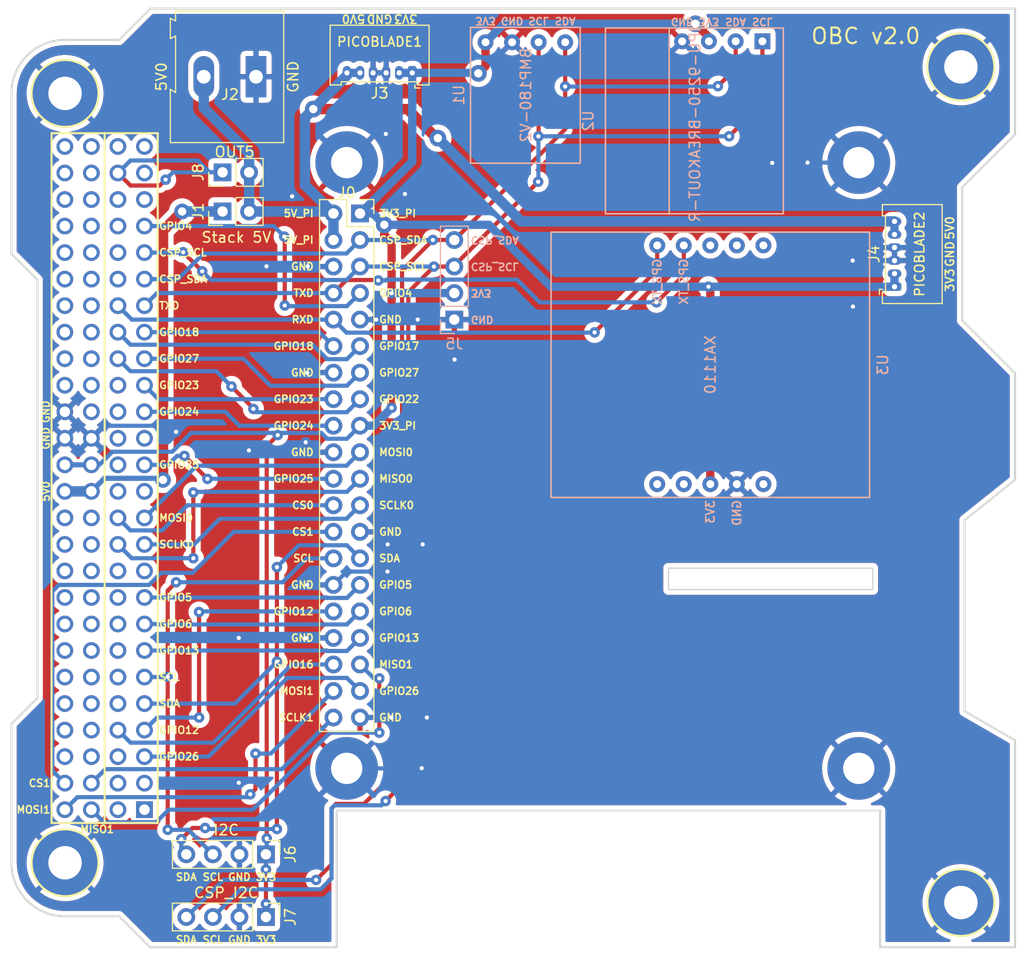
<source format=kicad_pcb>
(kicad_pcb (version 20190516) (host pcbnew "6.0.0-unknown-62d453e~86~ubuntu18.04.1")
  (layers (0 "F.Cu" signal) (31 "B.Cu" signal) (34 "B.Paste" user) (35 "F.Paste" user) (36 "B.SilkS" user) (37 "F.SilkS" user) (38 "B.Mask" user) (39 "F.Mask" user) (44 "Edge.Cuts" user))
  (net 0 "")
  (net 1 "/SCLK1")
  (net 2 "GND")
  (net 3 "/MOSI1")
  (net 4 "/GPIO26")
  (net 5 "/GPIO16")
  (net 6 "/MISO1")
  (net 7 "/GPIO13")
  (net 8 "/GPIO12")
  (net 9 "/GPIO6")
  (net 10 "/GPIO5")
  (net 11 "/CSP_SCL")
  (net 12 "/CSP_SDA")
  (net 13 "/CS1")
  (net 14 "/CS0")
  (net 15 "/SCLK0")
  (net 16 "/GPIO25")
  (net 17 "/MISO0")
  (net 18 "/MOSI0")
  (net 19 "/GPIO24")
  (net 20 "/GPIO23")
  (net 21 "/GPIO22")
  (net 22 "/GPIO27")
  (net 23 "/GPIO18")
  (net 24 "/GPIO17")
  (net 25 "/RXD")
  (net 26 "/TXD")
  (net 27 "/GPIO4")
  (net 28 "/SCL")
  (net 29 "/5V_PI")
  (net 30 "/SDA")
  (net 31 "/5V0")
  (net 32 "Net-(U0-Pad57)")
  (net 33 "Net-(U0-Pad58)")
  (net 34 "Net-(U0-Pad59)")
  (net 35 "Net-(U0-Pad60)")
  (net 36 "Net-(U0-Pad61)")
  (net 37 "Net-(U0-Pad62)")
  (net 38 "Net-(U0-Pad63)")
  (net 39 "Net-(U0-Pad64)")
  (net 40 "Net-(U0-Pad65)")
  (net 41 "Net-(U0-Pad66)")
  (net 42 "Net-(U0-Pad67)")
  (net 43 "Net-(U0-Pad68)")
  (net 44 "Net-(U0-Pad69)")
  (net 45 "Net-(U0-Pad70)")
  (net 46 "Net-(U0-Pad71)")
  (net 47 "Net-(U0-Pad72)")
  (net 48 "Net-(U0-Pad73)")
  (net 49 "Net-(U0-Pad74)")
  (net 50 "Net-(U0-Pad75)")
  (net 51 "Net-(U0-Pad76)")
  (net 52 "Net-(U0-Pad83)")
  (net 53 "Net-(U0-Pad85)")
  (net 54 "Net-(U0-Pad86)")
  (net 55 "Net-(U0-Pad87)")
  (net 56 "Net-(U0-Pad88)")
  (net 57 "Net-(U0-Pad89)")
  (net 58 "Net-(U0-Pad90)")
  (net 59 "Net-(U0-Pad91)")
  (net 60 "Net-(U0-Pad92)")
  (net 61 "Net-(U0-Pad93)")
  (net 62 "Net-(U0-Pad94)")
  (net 63 "Net-(U0-Pad95)")
  (net 64 "Net-(U0-Pad96)")
  (net 65 "Net-(U0-Pad97)")
  (net 66 "Net-(U0-Pad98)")
  (net 67 "Net-(U0-Pad99)")
  (net 68 "Net-(U0-Pad100)")
  (net 69 "Net-(U0-Pad101)")
  (net 70 "Net-(U0-Pad102)")
  (net 71 "Net-(U0-Pad103)")
  (net 72 "Net-(U0-Pad104)")
  (net 73 "Net-(U0-Pad1)")
  (net 74 "Net-(U0-Pad2)")
  (net 75 "Net-(U0-Pad3)")
  (net 76 "Net-(U0-Pad4)")
  (net 77 "Net-(U0-Pad10)")
  (net 78 "Net-(U0-Pad12)")
  (net 79 "Net-(U0-Pad16)")
  (net 80 "Net-(U0-Pad18)")
  (net 81 "Net-(U0-Pad19)")
  (net 82 "Net-(U0-Pad20)")
  (net 83 "Net-(U0-Pad28)")
  (net 84 "Net-(U0-Pad29)")
  (net 85 "Net-(U0-Pad30)")
  (net 86 "Net-(U0-Pad32)")
  (net 87 "Net-(U0-Pad34)")
  (net 88 "Net-(U0-Pad44)")
  (net 89 "Net-(U0-Pad46)")
  (net 90 "Net-(U0-Pad47)")
  (net 91 "Net-(U0-Pad48)")
  (net 92 "Net-(U0-Pad49)")
  (net 93 "Net-(U0-Pad51)")
  (net 94 "Net-(U0-Pad52)")
  (net 95 "Net-(U0-Pad14)")
  (net 96 "Net-(U0-Pad26)")
  (net 97 "Net-(U0-Pad25)")
  (net 98 "Net-(U0-Pad42)")
  (net 99 "Net-(U0-Pad6)")
  (net 100 "/3V3")
  (net 101 "Net-(U3-Pad10)")
  (net 102 "Net-(U3-Pad9)")
  (net 103 "Net-(U3-Pad8)")
  (net 104 "Net-(U3-Pad5)")
  (net 105 "Net-(U3-Pad4)")
  (net 106 "Net-(U3-Pad1)")
  (net 107 "/OUT5_5V0")
  (module "Connector_PinHeader_2.54mm:PinHeader_1x02_P2.54mm_Vertical" (layer "F.Cu") (at 108.3 61.5 90)
    (fp_text reference "J8" (at 0 -2.33 90) (layer "F.SilkS"))
    (fp_text value "Power2" hide)
    (pad "2" thru_hole oval (at 0 2.54 90) (size 1.7 1.7) (drill 1) (layers *.Cu *.Mask) (net 29 "/5V_PI"))
    (pad "1" thru_hole rect (at 0 0 90) (size 1.7 1.7) (drill 1) (layers *.Cu *.Mask) (net 107 "/OUT5_5V0"))
  )
  (module "Payload:PC104-Standard" (layer "F.Cu") (at 93.225 127.605)
    (fp_text reference "U0" hide)
    (fp_text value "Payload" hide)
    (fp_line (start 8.14 8.09) (end 5.18 5.13) (layer "Edge.Cuts") (width 0.2))
    (fp_line (start 5.18 5.13) (end 0 5.13) (layer "Edge.Cuts") (width 0.2))
    (fp_arc (start 0 0) (end -5.13 0) (angle -90) (layer "Edge.Cuts") (width 0.2))
    (fp_line (start -2.63 -55.8) (end -5.13 -58.3) (layer "Edge.Cuts") (width 0.2))
    (fp_line (start -5.13 -13.3) (end -2.63 -15.8) (layer "Edge.Cuts") (width 0.2))
    (fp_line (start -5.13 -58.3) (end -5.13 -73.66) (layer "Edge.Cuts") (width 0.2))
    (fp_line (start -2.63 -15.8) (end -2.63 -55.8) (layer "Edge.Cuts") (width 0.2))
    (fp_line (start 26 -5) (end 26 8.09) (layer "Edge.Cuts") (width 0.2))
    (fp_line (start 26 8.09) (end 8.14 8.09) (layer "Edge.Cuts") (width 0.2))
    (fp_line (start 78 8.09) (end 78 -5) (layer "Edge.Cuts") (width 0.2))
    (fp_line (start 78 -5) (end 26 -5) (layer "Edge.Cuts") (width 0.2))
    (fp_line (start 90.91 8.09) (end 78 8.09) (layer "Edge.Cuts") (width 0.2))
    (fp_line (start 86.08 -14.51) (end 90.91 -11.72) (layer "Edge.Cuts") (width 0.2))
    (fp_line (start 90.91 -11.72) (end 90.91 8.09) (layer "Edge.Cuts") (width 0.2))
    (fp_line (start 90.91 -36.66) (end 86.08 -32.8) (layer "Edge.Cuts") (width 0.2))
    (fp_line (start 86.08 -32.8) (end 86.08 -14.51) (layer "Edge.Cuts") (width 0.2))
    (fp_line (start 85.86 -51.92) (end 90.91 -46.87) (layer "Edge.Cuts") (width 0.2))
    (fp_line (start 90.91 -46.87) (end 90.91 -36.66) (layer "Edge.Cuts") (width 0.2))
    (fp_line (start 90.91 -69.73) (end 85.86 -64.67) (layer "Edge.Cuts") (width 0.2))
    (fp_line (start 85.86 -64.67) (end 85.86 -51.92) (layer "Edge.Cuts") (width 0.2))
    (fp_line (start 90.91 -81.78) (end 90.91 -69.73) (layer "Edge.Cuts") (width 0.2))
    (fp_line (start 8.17 -81.78) (end 90.91 -81.78) (layer "Edge.Cuts") (width 0.2))
    (fp_line (start 5.18 -78.79) (end 0 -78.79) (layer "Edge.Cuts") (width 0.2))
    (fp_arc (start 0 -73.66) (end 0 -78.79) (angle -90) (layer "Edge.Cuts") (width 0.2))
    (fp_line (start -5.13 -13.3) (end -5.13 0) (layer "Edge.Cuts") (width 0.2))
    (fp_line (start 8.17 -81.78) (end 5.18 -78.79) (layer "Edge.Cuts") (width 0.2))
    (pad "" thru_hole circle (at 85.73 -76.2) (size 6.35 6.35) (drill 3.2) (layers *.Cu *.Mask) (net 2 "GND"))
    (pad "" thru_hole circle (at 85.73 3.81) (size 6.35 6.35) (drill 3.2) (layers *.Cu *.Mask) (net 2 "GND"))
    (pad "53" thru_hole circle (at 2.52 -5.08) (size 1.6 1.6) (drill 1.016) (layers *.Cu *.Mask) (net 6 "/MISO1"))
    (pad "54" thru_hole circle (at -0.02 -5.08) (size 1.6 1.6) (drill 1.016) (layers *.Cu *.Mask) (net 3 "/MOSI1"))
    (pad "55" thru_hole circle (at 2.52 -7.62) (size 1.6 1.6) (drill 1.016) (layers *.Cu *.Mask) (net 1 "/SCLK1"))
    (pad "56" thru_hole circle (at -0.02 -7.62) (size 1.6 1.6) (drill 1.016) (layers *.Cu *.Mask) (net 13 "/CS1"))
    (pad "57" thru_hole circle (at 2.52 -10.16 90) (size 1.6 1.6) (drill 1.016) (layers *.Cu *.Mask) (net 32 "Net-(U0-Pad57)"))
    (pad "58" thru_hole circle (at -0.02 -10.16) (size 1.6 1.6) (drill 1.016) (layers *.Cu *.Mask) (net 33 "Net-(U0-Pad58)"))
    (pad "59" thru_hole circle (at 2.52 -12.7) (size 1.6 1.6) (drill 1.016) (layers *.Cu *.Mask) (net 34 "Net-(U0-Pad59)"))
    (pad "60" thru_hole circle (at -0.02 -12.7) (size 1.6 1.6) (drill 1.016) (layers *.Cu *.Mask) (net 35 "Net-(U0-Pad60)"))
    (pad "61" thru_hole circle (at 2.52 -15.24) (size 1.6 1.6) (drill 1.016) (layers *.Cu *.Mask) (net 36 "Net-(U0-Pad61)"))
    (pad "62" thru_hole circle (at -0.02 -15.24) (size 1.6 1.6) (drill 1.016) (layers *.Cu *.Mask) (net 37 "Net-(U0-Pad62)"))
    (pad "63" thru_hole circle (at 2.52 -17.78) (size 1.6 1.6) (drill 1.016) (layers *.Cu *.Mask) (net 38 "Net-(U0-Pad63)"))
    (pad "64" thru_hole circle (at -0.02 -17.78) (size 1.6 1.6) (drill 1.016) (layers *.Cu *.Mask) (net 39 "Net-(U0-Pad64)"))
    (pad "65" thru_hole circle (at 2.52 -20.32) (size 1.6 1.6) (drill 1.016) (layers *.Cu *.Mask) (net 40 "Net-(U0-Pad65)"))
    (pad "66" thru_hole circle (at -0.02 -20.32) (size 1.6 1.6) (drill 1.016) (layers *.Cu *.Mask) (net 41 "Net-(U0-Pad66)"))
    (pad "67" thru_hole circle (at 2.52 -22.86) (size 1.6 1.6) (drill 1.016) (layers *.Cu *.Mask) (net 42 "Net-(U0-Pad67)"))
    (pad "68" thru_hole circle (at -0.02 -22.86) (size 1.6 1.6) (drill 1.016) (layers *.Cu *.Mask) (net 43 "Net-(U0-Pad68)"))
    (pad "69" thru_hole circle (at 2.52 -25.4) (size 1.6 1.6) (drill 1.016) (layers *.Cu *.Mask) (net 44 "Net-(U0-Pad69)"))
    (pad "70" thru_hole circle (at -0.02 -25.4) (size 1.6 1.6) (drill 1.016) (layers *.Cu *.Mask) (net 45 "Net-(U0-Pad70)"))
    (pad "71" thru_hole circle (at 2.52 -27.94) (size 1.6 1.6) (drill 1.016) (layers *.Cu *.Mask) (net 46 "Net-(U0-Pad71)"))
    (pad "72" thru_hole circle (at -0.02 -27.94) (size 1.6 1.6) (drill 1.016) (layers *.Cu *.Mask) (net 47 "Net-(U0-Pad72)"))
    (pad "73" thru_hole circle (at 2.52 -30.48) (size 1.6 1.6) (drill 1.016) (layers *.Cu *.Mask) (net 48 "Net-(U0-Pad73)"))
    (pad "74" thru_hole circle (at -0.02 -30.48) (size 1.6 1.6) (drill 1.016) (layers *.Cu *.Mask) (net 49 "Net-(U0-Pad74)"))
    (pad "75" thru_hole circle (at 2.52 -33.02) (size 1.6 1.6) (drill 1.016) (layers *.Cu *.Mask) (net 50 "Net-(U0-Pad75)"))
    (pad "76" thru_hole circle (at -0.02 -33.02) (size 1.6 1.6) (drill 1.016) (layers *.Cu *.Mask) (net 51 "Net-(U0-Pad76)"))
    (pad "77" thru_hole circle (at 2.52 -35.56) (size 1.6 1.6) (drill 1.016) (layers *.Cu *.Mask) (net 31 "/5V0"))
    (pad "78" thru_hole circle (at -0.02 -35.56) (size 1.6 1.6) (drill 1.016) (layers *.Cu *.Mask) (net 31 "/5V0"))
    (pad "79" thru_hole circle (at 2.52 -38.1) (size 1.6 1.6) (drill 1.016) (layers *.Cu *.Mask) (net 100 "/3V3"))
    (pad "80" thru_hole circle (at -0.02 -38.1) (size 1.6 1.6) (drill 1.016) (layers *.Cu *.Mask) (net 100 "/3V3"))
    (pad "81" thru_hole circle (at 2.52 -40.64) (size 1.6 1.6) (drill 1.016) (layers *.Cu *.Mask) (net 2 "GND"))
    (pad "82" thru_hole circle (at -0.02 -40.64) (size 1.6 1.6) (drill 1.016) (layers *.Cu *.Mask) (net 2 "GND"))
    (pad "83" thru_hole circle (at 2.52 -43.18) (size 1.6 1.6) (drill 1.016) (layers *.Cu *.Mask) (net 52 "Net-(U0-Pad83)"))
    (pad "84" thru_hole circle (at -0.02 -43.18) (size 1.6 1.6) (drill 1.016) (layers *.Cu *.Mask) (net 2 "GND"))
    (pad "85" thru_hole circle (at 2.52 -45.72) (size 1.6 1.6) (drill 1.016) (layers *.Cu *.Mask) (net 53 "Net-(U0-Pad85)"))
    (pad "86" thru_hole circle (at -0.02 -45.72) (size 1.6 1.6) (drill 1.016) (layers *.Cu *.Mask) (net 54 "Net-(U0-Pad86)"))
    (pad "87" thru_hole circle (at 2.52 -48.26) (size 1.6 1.6) (drill 1.016) (layers *.Cu *.Mask) (net 55 "Net-(U0-Pad87)"))
    (pad "88" thru_hole circle (at -0.02 -48.26) (size 1.6 1.6) (drill 1.016) (layers *.Cu *.Mask) (net 56 "Net-(U0-Pad88)"))
    (pad "89" thru_hole circle (at 2.52 -50.8) (size 1.6 1.6) (drill 1.016) (layers *.Cu *.Mask) (net 57 "Net-(U0-Pad89)"))
    (pad "90" thru_hole circle (at -0.02 -50.8) (size 1.6 1.6) (drill 1.016) (layers *.Cu *.Mask) (net 58 "Net-(U0-Pad90)"))
    (pad "91" thru_hole circle (at 2.52 -53.34) (size 1.6 1.6) (drill 1.016) (layers *.Cu *.Mask) (net 59 "Net-(U0-Pad91)"))
    (pad "92" thru_hole circle (at -0.02 -53.34) (size 1.6 1.6) (drill 1.016) (layers *.Cu *.Mask) (net 60 "Net-(U0-Pad92)"))
    (pad "93" thru_hole circle (at 2.52 -55.88) (size 1.6 1.6) (drill 1.016) (layers *.Cu *.Mask) (net 61 "Net-(U0-Pad93)"))
    (pad "94" thru_hole circle (at -0.02 -55.88) (size 1.6 1.6) (drill 1.016) (layers *.Cu *.Mask) (net 62 "Net-(U0-Pad94)"))
    (pad "95" thru_hole circle (at 2.52 -58.42) (size 1.6 1.6) (drill 1.016) (layers *.Cu *.Mask) (net 63 "Net-(U0-Pad95)"))
    (pad "96" thru_hole circle (at -0.02 -58.42) (size 1.6 1.6) (drill 1.016) (layers *.Cu *.Mask) (net 64 "Net-(U0-Pad96)"))
    (pad "97" thru_hole circle (at 2.52 -60.96) (size 1.6 1.6) (drill 1.016) (layers *.Cu *.Mask) (net 65 "Net-(U0-Pad97)"))
    (pad "98" thru_hole circle (at -0.02 -60.96) (size 1.6 1.6) (drill 1.016) (layers *.Cu *.Mask) (net 66 "Net-(U0-Pad98)"))
    (pad "99" thru_hole circle (at 2.52 -63.5) (size 1.6 1.6) (drill 1.016) (layers *.Cu *.Mask) (net 67 "Net-(U0-Pad99)"))
    (pad "100" thru_hole circle (at -0.02 -63.5) (size 1.6 1.6) (drill 1.016) (layers *.Cu *.Mask) (net 68 "Net-(U0-Pad100)"))
    (pad "101" thru_hole circle (at 2.52 -66.04) (size 1.6 1.6) (drill 1.016) (layers *.Cu *.Mask) (net 69 "Net-(U0-Pad101)"))
    (pad "102" thru_hole circle (at -0.02 -66.04) (size 1.6 1.6) (drill 1.016) (layers *.Cu *.Mask) (net 70 "Net-(U0-Pad102)"))
    (pad "103" thru_hole circle (at 2.52 -68.58) (size 1.6 1.6) (drill 1.016) (layers *.Cu *.Mask) (net 71 "Net-(U0-Pad103)"))
    (pad "104" thru_hole circle (at -0.02 -68.58) (size 1.6 1.6) (drill 1.016) (layers *.Cu *.Mask) (net 72 "Net-(U0-Pad104)"))
    (pad "1" thru_hole rect (at 7.6 -5.08) (size 1.6 1.6) (drill 1.016) (layers *.Cu *.Mask) (net 73 "Net-(U0-Pad1)"))
    (pad "2" thru_hole circle (at 5.06 -5.08) (size 1.6 1.6) (drill 1.016) (layers *.Cu *.Mask) (net 74 "Net-(U0-Pad2)"))
    (pad "3" thru_hole circle (at 7.6 -7.62) (size 1.6 1.6) (drill 1.016) (layers *.Cu *.Mask) (net 75 "Net-(U0-Pad3)"))
    (pad "4" thru_hole circle (at 5.06 -7.62) (size 1.6 1.6) (drill 1.016) (layers *.Cu *.Mask) (net 76 "Net-(U0-Pad4)"))
    (pad "5" thru_hole circle (at 7.6 -10.16) (size 1.6 1.6) (drill 1.016) (layers *.Cu *.Mask) (net 4 "/GPIO26"))
    (pad "6" thru_hole circle (at 5.06 -10.16) (size 1.6 1.6) (drill 1.016) (layers *.Cu *.Mask) (net 99 "Net-(U0-Pad6)"))
    (pad "7" thru_hole circle (at 7.6 -12.7) (size 1.6 1.6) (drill 1.016) (layers *.Cu *.Mask) (net 8 "/GPIO12"))
    (pad "8" thru_hole circle (at 5.06 -12.7) (size 1.6 1.6) (drill 1.016) (layers *.Cu *.Mask) (net 5 "/GPIO16"))
    (pad "9" thru_hole circle (at 7.6 -15.24) (size 1.6 1.6) (drill 1.016) (layers *.Cu *.Mask) (net 30 "/SDA"))
    (pad "10" thru_hole circle (at 5.06 -15.24) (size 1.6 1.6) (drill 1.016) (layers *.Cu *.Mask) (net 77 "Net-(U0-Pad10)"))
    (pad "11" thru_hole circle (at 7.6 -17.78) (size 1.6 1.6) (drill 1.016) (layers *.Cu *.Mask) (net 28 "/SCL"))
    (pad "12" thru_hole circle (at 5.06 -17.78) (size 1.6 1.6) (drill 1.016) (layers *.Cu *.Mask) (net 78 "Net-(U0-Pad12)"))
    (pad "13" thru_hole circle (at 7.6 -20.32) (size 1.6 1.6) (drill 1.016) (layers *.Cu *.Mask) (net 7 "/GPIO13"))
    (pad "14" thru_hole circle (at 5.06 -20.32) (size 1.6 1.6) (drill 1.016) (layers *.Cu *.Mask) (net 95 "Net-(U0-Pad14)"))
    (pad "15" thru_hole circle (at 7.6 -22.86) (size 1.6 1.6) (drill 1.016) (layers *.Cu *.Mask) (net 9 "/GPIO6"))
    (pad "16" thru_hole circle (at 5.06 -22.86) (size 1.6 1.6) (drill 1.016) (layers *.Cu *.Mask) (net 79 "Net-(U0-Pad16)"))
    (pad "17" thru_hole circle (at 7.6 -25.4) (size 1.6 1.6) (drill 1.016) (layers *.Cu *.Mask) (net 10 "/GPIO5"))
    (pad "18" thru_hole circle (at 5.06 -25.4) (size 1.6 1.6) (drill 1.016) (layers *.Cu *.Mask) (net 80 "Net-(U0-Pad18)"))
    (pad "19" thru_hole circle (at 7.6 -27.94) (size 1.6 1.6) (drill 1.016) (layers *.Cu *.Mask) (net 81 "Net-(U0-Pad19)"))
    (pad "20" thru_hole circle (at 5.06 -27.94) (size 1.6 1.6) (drill 1.016) (layers *.Cu *.Mask) (net 82 "Net-(U0-Pad20)"))
    (pad "21" thru_hole circle (at 7.6 -30.48) (size 1.6 1.6) (drill 1.016) (layers *.Cu *.Mask) (net 15 "/SCLK0"))
    (pad "22" thru_hole circle (at 5.06 -30.48) (size 1.6 1.6) (drill 1.016) (layers *.Cu *.Mask) (net 17 "/MISO0"))
    (pad "23" thru_hole circle (at 7.6 -33.02) (size 1.6 1.6) (drill 1.016) (layers *.Cu *.Mask) (net 18 "/MOSI0"))
    (pad "24" thru_hole circle (at 5.06 -33.02) (size 1.6 1.6) (drill 1.016) (layers *.Cu *.Mask) (net 14 "/CS0"))
    (pad "25" thru_hole circle (at 7.6 -35.56) (size 1.6 1.6) (drill 1.016) (layers *.Cu *.Mask) (net 97 "Net-(U0-Pad25)"))
    (pad "26" thru_hole circle (at 5.06 -35.56) (size 1.6 1.6) (drill 1.016) (layers *.Cu *.Mask) (net 96 "Net-(U0-Pad26)"))
    (pad "27" thru_hole circle (at 7.6 -38.1) (size 1.6 1.6) (drill 1.016) (layers *.Cu *.Mask) (net 16 "/GPIO25"))
    (pad "28" thru_hole circle (at 5.06 -38.1) (size 1.6 1.6) (drill 1.016) (layers *.Cu *.Mask) (net 83 "Net-(U0-Pad28)"))
    (pad "29" thru_hole circle (at 7.6 -40.64) (size 1.6 1.6) (drill 1.016) (layers *.Cu *.Mask) (net 84 "Net-(U0-Pad29)"))
    (pad "30" thru_hole circle (at 5.06 -40.64) (size 1.6 1.6) (drill 1.016) (layers *.Cu *.Mask) (net 85 "Net-(U0-Pad30)"))
    (pad "31" thru_hole circle (at 7.6 -43.18) (size 1.6 1.6) (drill 1.016) (layers *.Cu *.Mask) (net 19 "/GPIO24"))
    (pad "32" thru_hole circle (at 5.06 -43.18) (size 1.6 1.6) (drill 1.016) (layers *.Cu *.Mask) (net 86 "Net-(U0-Pad32)"))
    (pad "33" thru_hole circle (at 7.6 -45.72) (size 1.6 1.6) (drill 1.016) (layers *.Cu *.Mask) (net 20 "/GPIO23"))
    (pad "34" thru_hole circle (at 5.06 -45.72) (size 1.6 1.6) (drill 1.016) (layers *.Cu *.Mask) (net 87 "Net-(U0-Pad34)"))
    (pad "35" thru_hole circle (at 7.6 -48.26) (size 1.6 1.6) (drill 1.016) (layers *.Cu *.Mask) (net 22 "/GPIO27"))
    (pad "36" thru_hole circle (at 5.06 -48.26) (size 1.6 1.6) (drill 1.016) (layers *.Cu *.Mask) (net 21 "/GPIO22"))
    (pad "37" thru_hole circle (at 7.6 -50.8) (size 1.6 1.6) (drill 1.016) (layers *.Cu *.Mask) (net 23 "/GPIO18"))
    (pad "38" thru_hole circle (at 5.06 -50.8) (size 1.6 1.6) (drill 1.016) (layers *.Cu *.Mask) (net 24 "/GPIO17"))
    (pad "39" thru_hole circle (at 7.6 -53.34) (size 1.6 1.6) (drill 1.016) (layers *.Cu *.Mask) (net 26 "/TXD"))
    (pad "40" thru_hole circle (at 5.06 -53.34) (size 1.6 1.6) (drill 1.016) (layers *.Cu *.Mask) (net 25 "/RXD"))
    (pad "41" thru_hole circle (at 7.6 -55.88) (size 1.6 1.6) (drill 1.016) (layers *.Cu *.Mask) (net 12 "/CSP_SDA"))
    (pad "42" thru_hole circle (at 5.06 -55.88) (size 1.6 1.6) (drill 1.016) (layers *.Cu *.Mask) (net 98 "Net-(U0-Pad42)"))
    (pad "43" thru_hole circle (at 7.6 -58.42) (size 1.6 1.6) (drill 1.016) (layers *.Cu *.Mask) (net 11 "/CSP_SCL"))
    (pad "44" thru_hole circle (at 5.06 -58.42) (size 1.6 1.6) (drill 1.016) (layers *.Cu *.Mask) (net 88 "Net-(U0-Pad44)"))
    (pad "45" thru_hole circle (at 7.6 -60.96) (size 1.6 1.6) (drill 1.016) (layers *.Cu *.Mask) (net 27 "/GPIO4"))
    (pad "46" thru_hole circle (at 5.06 -60.96) (size 1.6 1.6) (drill 1.016) (layers *.Cu *.Mask) (net 89 "Net-(U0-Pad46)"))
    (pad "47" thru_hole circle (at 7.6 -63.5) (size 1.6 1.6) (drill 1.016) (layers *.Cu *.Mask) (net 90 "Net-(U0-Pad47)"))
    (pad "48" thru_hole circle (at 5.06 -63.5) (size 1.6 1.6) (drill 1.016) (layers *.Cu *.Mask) (net 91 "Net-(U0-Pad48)"))
    (pad "49" thru_hole circle (at 7.6 -66.04) (size 1.6 1.6) (drill 1.016) (layers *.Cu *.Mask) (net 92 "Net-(U0-Pad49)"))
    (pad "50" thru_hole circle (at 5.06 -66.04) (size 1.6 1.6) (drill 1.016) (layers *.Cu *.Mask) (net 107 "/OUT5_5V0"))
    (pad "51" thru_hole circle (at 7.6 -68.58) (size 1.6 1.6) (drill 1.016) (layers *.Cu *.Mask) (net 93 "Net-(U0-Pad51)"))
    (pad "52" thru_hole circle (at 5.06 -68.58) (size 1.6 1.6) (drill 1.016) (layers *.Cu *.Mask) (net 94 "Net-(U0-Pad52)"))
    (pad "" thru_hole circle (at 0 -73.66) (size 6.35 6.35) (drill 3.2) (layers *.Cu *.Mask) (net 2 "GND"))
    (pad "" thru_hole circle (at 0 0) (size 6.35 6.35) (drill 3.2) (layers *.Cu *.Mask) (net 2 "GND"))
  )
  (module "Connector_PinHeader_2.54mm:PinHeader_1x01_P2.54mm_Vertical" (layer "F.Cu") (at 169.18 60.57)
    (fp_text reference "J14" hide)
    (fp_text value "RPI_MOUNT4" hide)
    (pad "1" thru_hole circle (at 0 0) (size 6 6) (drill 3) (layers *.Cu *.Mask) (net 2 "GND"))
  )
  (module "Connector_PinHeader_2.54mm:PinHeader_1x01_P2.54mm_Vertical" (layer "F.Cu") (at 169.18 118.57)
    (fp_text reference "J13" hide)
    (fp_text value "RPI_MOUNT3" hide)
    (pad "1" thru_hole circle (at 0 0) (size 6 6) (drill 3) (layers *.Cu *.Mask) (net 2 "GND"))
  )
  (module "Connector_PinHeader_2.54mm:PinHeader_1x01_P2.54mm_Vertical" (layer "F.Cu") (at 120.18 118.57)
    (fp_text reference "J12" hide)
    (fp_text value "RPI_MOUNT2" hide)
    (pad "1" thru_hole circle (at 0 0) (size 6 6) (drill 3) (layers *.Cu *.Mask) (net 2 "GND"))
  )
  (module "Connector_PinHeader_2.54mm:PinHeader_1x01_P2.54mm_Vertical" (layer "F.Cu") (at 120.18 60.57)
    (fp_text reference "J11" hide)
    (fp_text value "RPI_MOUNT1" hide)
    (pad "1" thru_hole circle (at 0 0) (size 6 6) (drill 3) (layers *.Cu *.Mask) (net 2 "GND"))
  )
  (module "Connector_PinHeader_2.54mm:PinHeader_1x04_P2.54mm_Vertical" (layer "B.Cu") (at 130.475 75.6)
    (fp_text reference "J5" (at 0 2.33) (layer "B.SilkS") (effects (justify mirror)))
    (fp_text value "I2C")
    (pad "4" thru_hole oval (at 0 -7.62) (size 1.7 1.7) (drill 1) (layers *.Cu *.Mask) (net 12 "/CSP_SDA"))
    (pad "3" thru_hole oval (at 0 -5.08) (size 1.7 1.7) (drill 1) (layers *.Cu *.Mask) (net 11 "/CSP_SCL"))
    (pad "2" thru_hole oval (at 0 -2.54) (size 1.7 1.7) (drill 1) (layers *.Cu *.Mask) (net 100 "/3V3"))
    (pad "1" thru_hole rect (at 0 0) (size 1.7 1.7) (drill 1) (layers *.Cu *.Mask) (net 2 "GND"))
  )
  (module "Connector_Molex:Molex_PicoBlade_53048-0610_1x06_P1.25mm_Horizontal" (layer "F.Cu") (at 172.6 72.45 90)
    (fp_text reference "J4" (at 3.12 -1.95 90) (layer "F.SilkS"))
    (fp_text value "PICOBLADE2" (at 3.12 2.4 90) (layer "F.SilkS") (effects (font (size 0.9 0.9))))
    (pad "6" thru_hole oval (at 6.25 0 90) (size 0.8 1.3) (drill 0.5) (layers *.Cu *.Mask) (net 29 "/5V_PI"))
    (pad "5" thru_hole oval (at 5 0 90) (size 0.8 1.3) (drill 0.5) (layers *.Cu *.Mask) (net 29 "/5V_PI"))
    (pad "4" thru_hole oval (at 3.75 0 90) (size 0.8 1.3) (drill 0.5) (layers *.Cu *.Mask) (net 2 "GND"))
    (pad "3" thru_hole oval (at 2.5 0 90) (size 0.8 1.3) (drill 0.5) (layers *.Cu *.Mask) (net 2 "GND"))
    (pad "2" thru_hole oval (at 1.25 0 90) (size 0.8 1.3) (drill 0.5) (layers *.Cu *.Mask) (net 100 "/3V3"))
    (pad "1" thru_hole roundrect (at 0 0 90) (size 0.8 1.3) (drill 0.5) (layers *.Cu *.Mask) (net 100 "/3V3"))
  )
  (module "Connector_Molex:Molex_PicoBlade_53048-0610_1x06_P1.25mm_Horizontal" (layer "F.Cu") (at 126.45 51.975 180)
    (fp_text reference "J3" (at 3.12 -1.95) (layer "F.SilkS"))
    (fp_text value "PICOBLADE1" (at 3.12 2.975) (layer "F.SilkS") (effects (font (size 0.9 0.9))))
    (pad "6" thru_hole oval (at 6.25 0 180) (size 0.8 1.3) (drill 0.5) (layers *.Cu *.Mask) (net 29 "/5V_PI"))
    (pad "5" thru_hole oval (at 5 0 180) (size 0.8 1.3) (drill 0.5) (layers *.Cu *.Mask) (net 29 "/5V_PI"))
    (pad "4" thru_hole oval (at 3.75 0 180) (size 0.8 1.3) (drill 0.5) (layers *.Cu *.Mask) (net 2 "GND"))
    (pad "3" thru_hole oval (at 2.5 0 180) (size 0.8 1.3) (drill 0.5) (layers *.Cu *.Mask) (net 2 "GND"))
    (pad "2" thru_hole oval (at 1.25 0 180) (size 0.8 1.3) (drill 0.5) (layers *.Cu *.Mask) (net 100 "/3V3"))
    (pad "1" thru_hole roundrect (at 0 0 180) (size 0.8 1.3) (drill 0.5) (layers *.Cu *.Mask) (net 100 "/3V3"))
  )
  (module "GPS:XA1110" (layer "B.Cu") (at 154.975 79.925 90)
    (fp_text reference "U3" (at 0 16.51 90) (layer "B.SilkS") (effects (justify mirror)))
    (fp_text value "XA1110" (at 0 0 90) (layer "B.SilkS") (effects (justify mirror)))
    (pad "10" thru_hole circle (at 11.43 5.08 90) (size 1.524 1.524) (drill 0.762) (layers *.Cu *.Mask) (net 101 "Net-(U3-Pad10)"))
    (pad "9" thru_hole circle (at 11.43 2.54 90) (size 1.524 1.524) (drill 0.762) (layers *.Cu *.Mask) (net 102 "Net-(U3-Pad9)"))
    (pad "8" thru_hole circle (at 11.43 0 90) (size 1.524 1.524) (drill 0.762) (layers *.Cu *.Mask) (net 103 "Net-(U3-Pad8)"))
    (pad "7" thru_hole circle (at 11.43 -2.54 90) (size 1.524 1.524) (drill 0.762) (layers *.Cu *.Mask) (net 26 "/TXD"))
    (pad "6" thru_hole circle (at 11.43 -5.08 90) (size 1.524 1.524) (drill 0.762) (layers *.Cu *.Mask) (net 25 "/RXD"))
    (pad "5" thru_hole circle (at -11.43 -5.08 90) (size 1.524 1.524) (drill 0.762) (layers *.Cu *.Mask) (net 104 "Net-(U3-Pad5)"))
    (pad "4" thru_hole circle (at -11.43 -2.54 90) (size 1.524 1.524) (drill 0.762) (layers *.Cu *.Mask) (net 105 "Net-(U3-Pad4)"))
    (pad "3" thru_hole circle (at -11.43 0 90) (size 1.524 1.524) (drill 0.762) (layers *.Cu *.Mask) (net 100 "/3V3"))
    (pad "2" thru_hole circle (at -11.43 2.54 90) (size 1.524 1.524) (drill 0.762) (layers *.Cu *.Mask) (net 2 "GND"))
    (pad "1" thru_hole circle (at -11.43 5.08 90) (size 1.524 1.524) (drill 0.762) (layers *.Cu *.Mask) (net 106 "Net-(U3-Pad1)"))
  )
  (module "Sensor:MPU-9250-BREAKOUT-R" (layer "B.Cu") (at 153.45 56.575 270)
    (fp_text reference "U2" (at 0 10.16 90) (layer "B.SilkS") (effects (justify mirror)))
    (fp_text value "MPU-9250-BREAKOUT-R" (at 0.025 -0.05 90) (layer "B.SilkS") (effects (justify mirror)))
    (pad "4" thru_hole circle (at -7.62 1.17 270) (size 1.524 1.524) (drill 0.762) (layers *.Cu *.Mask) (net 2 "GND"))
    (pad "3" thru_hole circle (at -7.62 -1.39 270) (size 1.524 1.524) (drill 0.762) (layers *.Cu *.Mask) (net 100 "/3V3"))
    (pad "2" thru_hole circle (at -7.62 -3.95 270) (size 1.524 1.524) (drill 0.762) (layers *.Cu *.Mask) (net 12 "/CSP_SDA"))
    (pad "1" thru_hole rect (at -7.62 -6.51 270) (size 1.524 1.524) (drill 0.762) (layers *.Cu *.Mask) (net 11 "/CSP_SCL"))
  )
  (module "Sensor:BMP180-V2" (layer "B.Cu") (at 137.275 54.125 270)
    (fp_text reference "U1" (at 0 6.35 270) (layer "B.SilkS") (effects (justify mirror)))
    (fp_text value "BMP180-V2" (at -0.025 -0.05 270) (layer "B.SilkS") (effects (justify mirror)))
    (pad "4" thru_hole circle (at -5.08 -3.81 270) (size 1.524 1.524) (drill 0.762) (layers *.Cu *.Mask) (net 12 "/CSP_SDA"))
    (pad "3" thru_hole circle (at -5.08 -1.27 270) (size 1.524 1.524) (drill 0.762) (layers *.Cu *.Mask) (net 11 "/CSP_SCL"))
    (pad "2" thru_hole circle (at -5.08 1.27 270) (size 1.524 1.524) (drill 0.762) (layers *.Cu *.Mask) (net 2 "GND"))
    (pad "1" thru_hole circle (at -5.08 3.81 270) (size 1.524 1.524) (drill 0.762) (layers *.Cu *.Mask) (net 100 "/3V3"))
  )
  (module "Connector_PinHeader_2.54mm:PinHeader_1x04_P2.54mm_Vertical" (layer "F.Cu") (at 112.45 132.8 270)
    (fp_text reference "J7" (at 0 -2.33 90) (layer "F.SilkS"))
    (fp_text value "CSP_I2C" hide)
    (pad "4" thru_hole oval (at 0 7.62 270) (size 1.7 1.7) (drill 1) (layers *.Cu *.Mask) (net 12 "/CSP_SDA"))
    (pad "3" thru_hole oval (at 0 5.08 270) (size 1.7 1.7) (drill 1) (layers *.Cu *.Mask) (net 11 "/CSP_SCL"))
    (pad "2" thru_hole oval (at 0 2.54 270) (size 1.7 1.7) (drill 1) (layers *.Cu *.Mask) (net 2 "GND"))
    (pad "1" thru_hole rect (at 0 0 270) (size 1.7 1.7) (drill 1) (layers *.Cu *.Mask) (net 100 "/3V3"))
  )
  (module "Connector_PinHeader_2.54mm:PinHeader_1x04_P2.54mm_Vertical" (layer "F.Cu") (at 112.45 126.8 270)
    (fp_text reference "J6" (at 0 -2.33 90) (layer "F.SilkS"))
    (fp_text value "I2C" hide)
    (pad "4" thru_hole oval (at 0 7.62 270) (size 1.7 1.7) (drill 1) (layers *.Cu *.Mask) (net 30 "/SDA"))
    (pad "3" thru_hole oval (at 0 5.08 270) (size 1.7 1.7) (drill 1) (layers *.Cu *.Mask) (net 28 "/SCL"))
    (pad "2" thru_hole oval (at 0 2.54 270) (size 1.7 1.7) (drill 1) (layers *.Cu *.Mask) (net 2 "GND"))
    (pad "1" thru_hole rect (at 0 0 270) (size 1.7 1.7) (drill 1) (layers *.Cu *.Mask) (net 100 "/3V3"))
  )
  (module "TerminalBlock:TerminalBlock_Altech_AK300-2_P5.00mm" (layer "F.Cu") (at 111.5 52.35 180)
    (fp_text reference "J2" (at 2.5 -1.7) (layer "F.SilkS"))
    (fp_text value "Terminal_5V0" hide)
    (pad "2" thru_hole oval (at 5 0 180) (size 1.98 3.96) (drill 1.32) (layers *.Cu *.Mask) (net 29 "/5V_PI"))
    (pad "1" thru_hole rect (at 0 0 180) (size 1.98 3.96) (drill 1.32) (layers *.Cu *.Mask) (net 2 "GND"))
  )
  (module "Connector_PinHeader_2.54mm:PinHeader_1x02_P2.54mm_Vertical" (layer "F.Cu") (at 108.3 65.25 90)
    (fp_text reference "J1" (at 0 -2.33 90) (layer "F.SilkS"))
    (fp_text value "Power" hide)
    (pad "2" thru_hole oval (at 0 2.54 90) (size 1.7 1.7) (drill 1) (layers *.Cu *.Mask) (net 29 "/5V_PI"))
    (pad "1" thru_hole rect (at 0 0 90) (size 1.7 1.7) (drill 1) (layers *.Cu *.Mask) (net 31 "/5V0"))
  )
  (module "Connector_PinSocket_2.54mm:PinSocket_2x20_P2.54mm_Vertical" (layer "F.Cu") (at 121.45 65.44)
    (fp_text reference "J0" (at -1.27 -1.99) (layer "F.SilkS"))
    (fp_text value "Raspberry_Pi_2_3" hide)
    (pad "40" thru_hole oval (at -2.54 48.26) (size 1.7 1.7) (drill 1) (layers *.Cu *.Mask) (net 1 "/SCLK1"))
    (pad "39" thru_hole oval (at 0 48.26) (size 1.7 1.7) (drill 1) (layers *.Cu *.Mask) (net 2 "GND"))
    (pad "38" thru_hole oval (at -2.54 45.72) (size 1.7 1.7) (drill 1) (layers *.Cu *.Mask) (net 3 "/MOSI1"))
    (pad "37" thru_hole oval (at 0 45.72) (size 1.7 1.7) (drill 1) (layers *.Cu *.Mask) (net 4 "/GPIO26"))
    (pad "36" thru_hole oval (at -2.54 43.18) (size 1.7 1.7) (drill 1) (layers *.Cu *.Mask) (net 5 "/GPIO16"))
    (pad "35" thru_hole oval (at 0 43.18) (size 1.7 1.7) (drill 1) (layers *.Cu *.Mask) (net 6 "/MISO1"))
    (pad "34" thru_hole oval (at -2.54 40.64) (size 1.7 1.7) (drill 1) (layers *.Cu *.Mask) (net 2 "GND"))
    (pad "33" thru_hole oval (at 0 40.64) (size 1.7 1.7) (drill 1) (layers *.Cu *.Mask) (net 7 "/GPIO13"))
    (pad "32" thru_hole oval (at -2.54 38.1) (size 1.7 1.7) (drill 1) (layers *.Cu *.Mask) (net 8 "/GPIO12"))
    (pad "31" thru_hole oval (at 0 38.1) (size 1.7 1.7) (drill 1) (layers *.Cu *.Mask) (net 9 "/GPIO6"))
    (pad "30" thru_hole oval (at -2.54 35.56) (size 1.7 1.7) (drill 1) (layers *.Cu *.Mask) (net 2 "GND"))
    (pad "29" thru_hole oval (at 0 35.56) (size 1.7 1.7) (drill 1) (layers *.Cu *.Mask) (net 10 "/GPIO5"))
    (pad "28" thru_hole oval (at -2.54 33.02) (size 1.7 1.7) (drill 1) (layers *.Cu *.Mask) (net 28 "/SCL"))
    (pad "27" thru_hole oval (at 0 33.02) (size 1.7 1.7) (drill 1) (layers *.Cu *.Mask) (net 30 "/SDA"))
    (pad "26" thru_hole oval (at -2.54 30.48) (size 1.7 1.7) (drill 1) (layers *.Cu *.Mask) (net 13 "/CS1"))
    (pad "25" thru_hole oval (at 0 30.48) (size 1.7 1.7) (drill 1) (layers *.Cu *.Mask) (net 2 "GND"))
    (pad "24" thru_hole oval (at -2.54 27.94) (size 1.7 1.7) (drill 1) (layers *.Cu *.Mask) (net 14 "/CS0"))
    (pad "23" thru_hole oval (at 0 27.94) (size 1.7 1.7) (drill 1) (layers *.Cu *.Mask) (net 15 "/SCLK0"))
    (pad "22" thru_hole oval (at -2.54 25.4) (size 1.7 1.7) (drill 1) (layers *.Cu *.Mask) (net 16 "/GPIO25"))
    (pad "21" thru_hole oval (at 0 25.4) (size 1.7 1.7) (drill 1) (layers *.Cu *.Mask) (net 17 "/MISO0"))
    (pad "20" thru_hole oval (at -2.54 22.86) (size 1.7 1.7) (drill 1) (layers *.Cu *.Mask) (net 2 "GND"))
    (pad "19" thru_hole oval (at 0 22.86) (size 1.7 1.7) (drill 1) (layers *.Cu *.Mask) (net 18 "/MOSI0"))
    (pad "18" thru_hole oval (at -2.54 20.32) (size 1.7 1.7) (drill 1) (layers *.Cu *.Mask) (net 19 "/GPIO24"))
    (pad "17" thru_hole oval (at 0 20.32) (size 1.7 1.7) (drill 1) (layers *.Cu *.Mask) (net 100 "/3V3"))
    (pad "16" thru_hole oval (at -2.54 17.78) (size 1.7 1.7) (drill 1) (layers *.Cu *.Mask) (net 20 "/GPIO23"))
    (pad "15" thru_hole oval (at 0 17.78) (size 1.7 1.7) (drill 1) (layers *.Cu *.Mask) (net 21 "/GPIO22"))
    (pad "14" thru_hole oval (at -2.54 15.24) (size 1.7 1.7) (drill 1) (layers *.Cu *.Mask) (net 2 "GND"))
    (pad "13" thru_hole oval (at 0 15.24) (size 1.7 1.7) (drill 1) (layers *.Cu *.Mask) (net 22 "/GPIO27"))
    (pad "12" thru_hole oval (at -2.54 12.7) (size 1.7 1.7) (drill 1) (layers *.Cu *.Mask) (net 23 "/GPIO18"))
    (pad "11" thru_hole oval (at 0 12.7) (size 1.7 1.7) (drill 1) (layers *.Cu *.Mask) (net 24 "/GPIO17"))
    (pad "10" thru_hole oval (at -2.54 10.16) (size 1.7 1.7) (drill 1) (layers *.Cu *.Mask) (net 25 "/RXD"))
    (pad "9" thru_hole oval (at 0 10.16) (size 1.7 1.7) (drill 1) (layers *.Cu *.Mask) (net 2 "GND"))
    (pad "8" thru_hole oval (at -2.54 7.62) (size 1.7 1.7) (drill 1) (layers *.Cu *.Mask) (net 26 "/TXD"))
    (pad "7" thru_hole oval (at 0 7.62) (size 1.7 1.7) (drill 1) (layers *.Cu *.Mask) (net 27 "/GPIO4"))
    (pad "6" thru_hole oval (at -2.54 5.08) (size 1.7 1.7) (drill 1) (layers *.Cu *.Mask) (net 2 "GND"))
    (pad "5" thru_hole oval (at 0 5.08) (size 1.7 1.7) (drill 1) (layers *.Cu *.Mask) (net 11 "/CSP_SCL"))
    (pad "4" thru_hole oval (at -2.54 2.54) (size 1.7 1.7) (drill 1) (layers *.Cu *.Mask) (net 29 "/5V_PI"))
    (pad "3" thru_hole oval (at 0 2.54) (size 1.7 1.7) (drill 1) (layers *.Cu *.Mask) (net 12 "/CSP_SDA"))
    (pad "2" thru_hole oval (at -2.54 0) (size 1.7 1.7) (drill 1) (layers *.Cu *.Mask) (net 29 "/5V_PI"))
    (pad "1" thru_hole rect (at 0 0) (size 1.7 1.7) (drill 1) (layers *.Cu *.Mask) (net 100 "/3V3"))
  )
  (gr_text "OUT5" (at 109.45 59.55) (layer "F.SilkS") (effects (font (size 1 1))))
  (gr_line (start 150.975 101.45) (end 150.975 99.4) (layer "Edge.Cuts") (width 0.12))
  (gr_line (start 170.525 101.45) (end 150.975 101.45) (layer "Edge.Cuts") (width 0.12))
  (gr_line (start 170.525 99.4) (end 170.525 101.45) (layer "Edge.Cuts") (width 0.12))
  (gr_line (start 150.975 99.4) (end 170.525 99.4) (layer "Edge.Cuts") (width 0.12))
  (gr_text "GPS_TX" (at 152.435 69.7 90) (layer "B.SilkS") (effects (font (size 0.8 0.8)) (justify left mirror)))
  (gr_text "GPS_TX" (at 149.895 69.7 90) (layer "B.SilkS") (effects (font (size 0.8 0.8)) (justify left mirror)))
  (gr_text "GND" (at 157.515 92.8 90) (layer "B.SilkS") (effects (font (size 0.8 0.8)) (justify left mirror)))
  (gr_text "3V3" (at 154.975 92.8 90) (layer "B.SilkS") (effects (font (size 0.8 0.8)) (justify left mirror)))
  (gr_text "SCL" (at 159.96 47.075 180) (layer "B.SilkS") (effects (font (size 0.7 0.7)) (justify mirror)))
  (gr_text "SDA" (at 157.4 47.075 180) (layer "B.SilkS") (effects (font (size 0.7 0.7)) (justify mirror)))
  (gr_text "3V3" (at 154.84 47.075 180) (layer "B.SilkS") (effects (font (size 0.7 0.7)) (justify mirror)))
  (gr_text "GND" (at 152.28 47.075 180) (layer "B.SilkS") (effects (font (size 0.7 0.7)) (justify mirror)))
  (gr_text "SDA" (at 141.085 47 180) (layer "B.SilkS") (effects (font (size 0.7 0.7)) (justify mirror)))
  (gr_text "SCL" (at 138.545 47 180) (layer "B.SilkS") (effects (font (size 0.7 0.7)) (justify mirror)))
  (gr_text "GND" (at 136.005 47 180) (layer "B.SilkS") (effects (font (size 0.7 0.7)) (justify mirror)))
  (gr_text "3V3" (at 133.465 47 180) (layer "B.SilkS") (effects (font (size 0.7 0.7)) (justify mirror)))
  (gr_text "3V3" (at 177.9 71.825 90) (layer "F.SilkS") (effects (font (size 0.8 0.8))))
  (gr_text "GND" (at 177.9 69.325 90) (layer "F.SilkS") (effects (font (size 0.8 0.8))))
  (gr_text "5V0" (at 177.9 66.825 90) (layer "F.SilkS") (effects (font (size 0.8 0.8))))
  (gr_text "3V3" (at 125.825 46.8 180) (layer "F.SilkS") (effects (font (size 0.8 0.8))))
  (gr_text "GND" (at 115.05 52.35 90) (layer "F.SilkS") (effects (font (size 1 1))))
  (gr_text "5V0" (at 102.45 52.35 90) (layer "F.SilkS") (effects (font (size 1 1))))
  (gr_text "GND" (at 131.975 75.6 180) (layer "B.SilkS") (effects (font (size 0.7 0.7)) (justify left mirror)))
  (gr_text "3V3" (at 131.975 73.06 180) (layer "B.SilkS") (effects (font (size 0.7 0.7)) (justify left mirror)))
  (gr_text "CSP_SCL" (at 131.975 70.52 180) (layer "B.SilkS") (effects (font (size 0.7 0.7)) (justify left mirror)))
  (gr_text "CSP_SDA" (at 131.975 67.98 180) (layer "B.SilkS") (effects (font (size 0.7 0.7)) (justify left mirror)))
  (gr_text "SDA" (at 104.83 128.975) (layer "F.SilkS") (effects (font (size 0.7 0.7))))
  (gr_text "SCL" (at 107.37 128.975) (layer "F.SilkS") (effects (font (size 0.7 0.7))))
  (gr_text "GND" (at 109.91 128.975) (layer "F.SilkS") (effects (font (size 0.7 0.7))))
  (gr_text "3V3" (at 112.45 128.975) (layer "F.SilkS") (effects (font (size 0.7 0.7))))
  (gr_text "I2C" (at 108.64 124.475) (layer "F.SilkS") (effects (font (size 1 1))))
  (gr_text "CSP_I2C" (at 108.64 130.475) (layer "F.SilkS") (effects (font (size 1 1))))
  (gr_text "SDA" (at 104.83 134.975) (layer "F.SilkS") (effects (font (size 0.7 0.7))))
  (gr_text "SCL" (at 107.37 134.975) (layer "F.SilkS") (effects (font (size 0.7 0.7))))
  (gr_text "GND" (at 109.91 134.975) (layer "F.SilkS") (effects (font (size 0.7 0.7))))
  (gr_text "3V3" (at 112.45 134.975) (layer "F.SilkS") (effects (font (size 0.7 0.7))))
  (gr_text "5V0" (at 120.825 46.8 180) (layer "F.SilkS") (effects (font (size 0.8 0.8))))
  (gr_text "GND" (at 123.325 46.8 180) (layer "F.SilkS") (effects (font (size 0.8 0.8))))
  (gr_text "OBC v2.0" (at 169.85 48.45) (layer "F.SilkS") (effects (font (size 1.5 1.5) (thickness 0.2))))
  (gr_text "3V3_PI" (at 123.2 85.76) (layer "F.SilkS") (effects (font (size 0.7 0.7)) (justify left)))
  (gr_text "GND" (at 123.2 113.7) (layer "F.SilkS") (effects (font (size 0.7 0.7)) (justify left)))
  (gr_text "GPIO26" (at 123.2 111.16) (layer "F.SilkS") (effects (font (size 0.7 0.7)) (justify left)))
  (gr_text "MISO1" (at 123.2 108.62) (layer "F.SilkS") (effects (font (size 0.7 0.7)) (justify left)))
  (gr_text "GPIO13" (at 123.2 106.08) (layer "F.SilkS") (effects (font (size 0.7 0.7)) (justify left)))
  (gr_text "GPIO6" (at 123.2 103.54) (layer "F.SilkS") (effects (font (size 0.7 0.7)) (justify left)))
  (gr_text "GPIO5" (at 123.2 101) (layer "F.SilkS") (effects (font (size 0.7 0.7)) (justify left)))
  (gr_text "SDA" (at 123.2 98.46) (layer "F.SilkS") (effects (font (size 0.7 0.7)) (justify left)))
  (gr_text "GND" (at 123.2 95.92) (layer "F.SilkS") (effects (font (size 0.7 0.7)) (justify left)))
  (gr_text "SCLK0" (at 123.2 93.38) (layer "F.SilkS") (effects (font (size 0.7 0.7)) (justify left)))
  (gr_text "MISO0" (at 123.2 90.84) (layer "F.SilkS") (effects (font (size 0.7 0.7)) (justify left)))
  (gr_text "MOSI0" (at 123.2 88.3) (layer "F.SilkS") (effects (font (size 0.7 0.7)) (justify left)))
  (gr_text "GPIO22" (at 123.2 83.22) (layer "F.SilkS") (effects (font (size 0.7 0.7)) (justify left)))
  (gr_text "GPIO27" (at 123.2 80.68) (layer "F.SilkS") (effects (font (size 0.7 0.7)) (justify left)))
  (gr_text "GPIO17" (at 123.2 78.14) (layer "F.SilkS") (effects (font (size 0.7 0.7)) (justify left)))
  (gr_text "GND" (at 123.2 75.6) (layer "F.SilkS") (effects (font (size 0.7 0.7)) (justify left)))
  (gr_text "GPIO4" (at 123.2 73.06) (layer "F.SilkS") (effects (font (size 0.7 0.7)) (justify left)))
  (gr_text "CSP_SCL" (at 123.2 70.52) (layer "F.SilkS") (effects (font (size 0.7 0.7)) (justify left)))
  (gr_text "CSP_SDA" (at 123.2 67.98) (layer "F.SilkS") (effects (font (size 0.7 0.7)) (justify left)))
  (gr_text "3V3_PI" (at 123.2 65.44) (layer "F.SilkS") (effects (font (size 0.7 0.7)) (justify left)))
  (gr_text "SCLK1" (at 117.1 113.7) (layer "F.SilkS") (effects (font (size 0.7 0.7)) (justify right)))
  (gr_text "MOSI1" (at 117.1 111.16) (layer "F.SilkS") (effects (font (size 0.7 0.7)) (justify right)))
  (gr_text "GPIO16" (at 117.1 108.62) (layer "F.SilkS") (effects (font (size 0.7 0.7)) (justify right)))
  (gr_text "GND" (at 117.1 106.08) (layer "F.SilkS") (effects (font (size 0.7 0.7)) (justify right)))
  (gr_text "GPIO12" (at 117.1 103.54) (layer "F.SilkS") (effects (font (size 0.7 0.7)) (justify right)))
  (gr_text "GND" (at 117.1 101) (layer "F.SilkS") (effects (font (size 0.7 0.7)) (justify right)))
  (gr_text "SCL" (at 117.1 98.46) (layer "F.SilkS") (effects (font (size 0.7 0.7)) (justify right)))
  (gr_text "CS1" (at 117.1 95.92) (layer "F.SilkS") (effects (font (size 0.7 0.7)) (justify right)))
  (gr_text "CS0" (at 117.1 93.38) (layer "F.SilkS") (effects (font (size 0.7 0.7)) (justify right)))
  (gr_text "GPIO25" (at 117.1 90.84) (layer "F.SilkS") (effects (font (size 0.7 0.7)) (justify right)))
  (gr_text "GND" (at 117.1 88.3) (layer "F.SilkS") (effects (font (size 0.7 0.7)) (justify right)))
  (gr_text "GPIO24" (at 117.1 85.76) (layer "F.SilkS") (effects (font (size 0.7 0.7)) (justify right)))
  (gr_text "GPIO23" (at 117.1 83.22) (layer "F.SilkS") (effects (font (size 0.7 0.7)) (justify right)))
  (gr_text "GND" (at 117.1 80.68) (layer "F.SilkS") (effects (font (size 0.7 0.7)) (justify right)))
  (gr_text "GPIO18" (at 117.1 78.14) (layer "F.SilkS") (effects (font (size 0.7 0.7)) (justify right)))
  (gr_text "RXD" (at 117.1 75.6) (layer "F.SilkS") (effects (font (size 0.7 0.7)) (justify right)))
  (gr_text "TXD" (at 117.1 73.06) (layer "F.SilkS") (effects (font (size 0.7 0.7)) (justify right)))
  (gr_text "GND" (at 117.1 70.52) (layer "F.SilkS") (effects (font (size 0.7 0.7)) (justify right)))
  (gr_text "5V_PI" (at 117.1 67.98) (layer "F.SilkS") (effects (font (size 0.7 0.7)) (justify right)))
  (gr_text "5V_PI" (at 117.1 65.44) (layer "F.SilkS") (effects (font (size 0.7 0.7)) (justify right)))
  (gr_text "GPIO4" (at 102.15 66.645) (layer "F.SilkS") (effects (font (size 0.7 0.7)) (justify left)))
  (gr_text "CSP_SCL" (at 102.15 69.185) (layer "F.SilkS") (effects (font (size 0.7 0.7)) (justify left)))
  (gr_text "CSP_SDA" (at 102.15 71.725) (layer "F.SilkS") (effects (font (size 0.7 0.7)) (justify left)))
  (gr_text "TXD" (at 102.15 74.265) (layer "F.SilkS") (effects (font (size 0.7 0.7)) (justify left)))
  (gr_text "GPIO18" (at 102.15 76.805) (layer "F.SilkS") (effects (font (size 0.7 0.7)) (justify left)))
  (gr_text "GPIO27" (at 102.15 79.345) (layer "F.SilkS") (effects (font (size 0.7 0.7)) (justify left)))
  (gr_text "GPIO23" (at 102.15 81.885) (layer "F.SilkS") (effects (font (size 0.7 0.7)) (justify left)))
  (gr_text "GPIO24" (at 102.15 84.425) (layer "F.SilkS") (effects (font (size 0.7 0.7)) (justify left)))
  (gr_text "GPIO25" (at 102.15 89.505) (layer "F.SilkS") (effects (font (size 0.7 0.7)) (justify left)))
  (gr_text "MOSI0" (at 102.15 94.585) (layer "F.SilkS") (effects (font (size 0.7 0.7)) (justify left)))
  (gr_text "SCLK0" (at 102.15 97.125) (layer "F.SilkS") (effects (font (size 0.7 0.7)) (justify left)))
  (gr_text "GPIO5" (at 102.15 102.205) (layer "F.SilkS") (effects (font (size 0.7 0.7)) (justify left)))
  (gr_text "GPIO6" (at 102.15 104.745) (layer "F.SilkS") (effects (font (size 0.7 0.7)) (justify left)))
  (gr_text "GPIO13" (at 102.15 107.285) (layer "F.SilkS") (effects (font (size 0.7 0.7)) (justify left)))
  (gr_text "SCL" (at 102.15 109.825) (layer "F.SilkS") (effects (font (size 0.7 0.7)) (justify left)))
  (gr_text "SDA" (at 102.15 112.365) (layer "F.SilkS") (effects (font (size 0.7 0.7)) (justify left)))
  (gr_text "GPIO12" (at 102.15 114.905) (layer "F.SilkS") (effects (font (size 0.7 0.7)) (justify left)))
  (gr_text "GPIO26" (at 102.15 117.445) (layer "F.SilkS") (effects (font (size 0.7 0.7)) (justify left)))
  (gr_text "MISO1" (at 96.3 124.4) (layer "F.SilkS") (effects (font (size 0.7 0.7))))
  (gr_text "GND" (at 91.4 84.425 90) (layer "F.SilkS") (effects (font (size 0.7 0.7))))
  (gr_text "GND" (at 91.4 86.965 90) (layer "F.SilkS") (effects (font (size 0.7 0.7))))
  (gr_text "5V0" (at 91.4 92.045 90) (layer "F.SilkS") (effects (font (size 0.7 0.7))))
  (gr_text "CS1" (at 91.9 119.985) (layer "F.SilkS") (effects (font (size 0.7 0.7)) (justify right)))
  (gr_text "MOSI1" (at 91.9 122.525) (layer "F.SilkS") (effects (font (size 0.7 0.7)) (justify right)))
  (gr_text "Stack 5V" (at 109.625 67.725) (layer "F.SilkS") (effects (font (size 1 1))))
  (segment (start 113.575001 86.66) (end 112.525 87.710001) (width 0.4) (layer "F.Cu") (net 100))
  (segment (start 112.525 87.710001) (end 112.525 125.275) (width 0.4) (layer "F.Cu") (net 100))
  (segment (start 109.875 106.1) (end 109.85 106.075) (width 0.4) (layer "B.Cu") (net 2))
  (segment (start 116.25 106.1) (end 109.875 106.1) (width 0.4) (layer "B.Cu") (net 2))
  (via (at 109.85 106.075) (size 1) (drill 0.4) (layers "F.Cu" "B.Cu") (net 2))
  (segment (start 120.185 99.725) (end 120.874998 99.725) (width 0.4) (layer "B.Cu") (net 2))
  (segment (start 118.91 101) (end 120.185 99.725) (width 0.4) (layer "B.Cu") (net 2))
  (via (at 124.075 99.725) (size 1) (drill 0.4) (layers "F.Cu" "B.Cu") (net 2))
  (segment (start 120.874998 99.725) (end 124.075 99.725) (width 0.4) (layer "B.Cu") (net 2))
  (segment (start 124.1 97.125) (end 127.45 97.125) (width 0.4) (layer "B.Cu") (net 2))
  (via (at 127.45 97.125) (size 1) (drill 0.4) (layers "F.Cu" "B.Cu") (net 2))
  (segment (start 122.895 95.92) (end 124.1 97.125) (width 0.4) (layer "B.Cu") (net 2))
  (segment (start 121.45 95.92) (end 122.895 95.92) (width 0.4) (layer "B.Cu") (net 2))
  (via (at 124.1 97.125) (size 1) (drill 0.4) (layers "F.Cu" "B.Cu") (net 2))
  (segment (start 121.45 75.6) (end 123 75.6) (width 0.4) (layer "B.Cu") (net 2))
  (segment (start 123 75.6) (end 126.975 75.6) (width 0.4) (layer "B.Cu") (net 2))
  (via (at 123 75.6) (size 1) (drill 0.4) (layers "F.Cu" "B.Cu") (net 2))
  (segment (start 121.45 113.7) (end 124.45 113.7) (width 0.4) (layer "B.Cu") (net 2))
  (segment (start 124.45 113.7) (end 127.85 113.7) (width 0.4) (layer "B.Cu") (net 2))
  (via (at 124.45 113.7) (size 1) (drill 0.4) (layers "F.Cu" "B.Cu") (net 2))
  (via (at 127.85 113.7) (size 1) (drill 0.4) (layers "F.Cu" "B.Cu") (net 2))
  (segment (start 112.45 128.25) (end 112.45 126.8) (width 0.4) (layer "B.Cu") (net 100))
  (segment (start 112.45 131.55) (end 112.45 128.25) (width 0.4) (layer "F.Cu") (net 100))
  (via (at 112.45 128.25) (size 1) (drill 0.4) (layers "F.Cu" "B.Cu") (net 100))
  (segment (start 112.45 132.8) (end 112.45 131.55) (width 0.4) (layer "B.Cu") (net 100))
  (via (at 112.45 131.55) (size 1) (drill 0.4) (layers "F.Cu" "B.Cu") (net 100))
  (segment (start 133.465 51.335) (end 132.775 52.025) (width 0.8) (layer "F.Cu") (net 100))
  (segment (start 96.508998 89.505) (end 97.763998 88.25) (width 0.4) (layer "B.Cu") (net 100))
  (segment (start 95.745 89.505) (end 96.508998 89.505) (width 0.4) (layer "B.Cu") (net 100))
  (segment (start 93.205 89.505) (end 95.745 89.505) (width 0.5) (layer "B.Cu") (net 100))
  (segment (start 120.600001 86.609999) (end 121.45 85.76) (width 0.4) (layer "B.Cu") (net 100))
  (segment (start 120.199999 87.010001) (end 120.600001 86.609999) (width 0.4) (layer "B.Cu") (net 100))
  (segment (start 118.309999 87.010001) (end 120.199999 87.010001) (width 0.4) (layer "B.Cu") (net 100))
  (segment (start 117.749997 86.449999) (end 118.309999 87.010001) (width 0.4) (layer "B.Cu") (net 100))
  (segment (start 103.494352 88.25) (end 105.294353 86.449999) (width 0.4) (layer "B.Cu") (net 100))
  (segment (start 97.763998 88.25) (end 103.494352 88.25) (width 0.4) (layer "B.Cu") (net 100))
  (via (at 154.8 72.45) (size 1) (drill 0.4) (layers "F.Cu" "B.Cu") (net 100))
  (segment (start 123.775 66.525) (end 123.775 67.505002) (width 0.8) (layer "F.Cu") (net 100))
  (segment (start 112.525 126.725) (end 112.45 126.8) (width 0.4) (layer "B.Cu") (net 100))
  (segment (start 154.975 91.355) (end 154.975 72.625) (width 0.8) (layer "F.Cu") (net 100))
  (segment (start 121.45 65.44) (end 122.69 65.44) (width 0.8) (layer "B.Cu") (net 100))
  (via (at 113.575001 86.66) (size 1) (drill 0.4) (layers "F.Cu" "B.Cu") (net 100))
  (segment (start 132.725 51.975) (end 132.775 52.025) (width 0.4) (layer "B.Cu") (net 100))
  (segment (start 172.6 71.2) (end 172.6 72.45) (width 0.8) (layer "B.Cu") (net 100))
  (via (at 124.475 73.075) (size 1) (drill 0.4) (layers "F.Cu" "B.Cu") (net 100))
  (segment (start 133.465 49.045) (end 133.465 51.335) (width 0.8) (layer "F.Cu") (net 100))
  (segment (start 124.475 73.075) (end 124.475 84.05) (width 0.8) (layer "F.Cu") (net 100))
  (segment (start 126.45 51.975) (end 132.725 51.975) (width 0.8) (layer "B.Cu") (net 100))
  (segment (start 124.49 73.06) (end 124.475 73.075) (width 0.4) (layer "B.Cu") (net 100))
  (segment (start 154.8 72.45) (end 139.71 72.45) (width 0.8) (layer "B.Cu") (net 100))
  (segment (start 126.45 59.19) (end 126.45 52.725) (width 0.8) (layer "B.Cu") (net 100))
  (segment (start 126.45 52.725) (end 126.45 51.975) (width 0.4) (layer "B.Cu") (net 100))
  (segment (start 130.475 73.06) (end 124.49 73.06) (width 0.8) (layer "B.Cu") (net 100))
  (segment (start 121.45 85.76) (end 122.765 85.76) (width 0.8) (layer "B.Cu") (net 100))
  (segment (start 172.6 72.45) (end 154.8 72.45) (width 0.8) (layer "B.Cu") (net 100))
  (via (at 112.525 125.275) (size 1) (drill 0.4) (layers "F.Cu" "B.Cu") (net 100))
  (segment (start 139.71 72.45) (end 138.46 71.2) (width 0.8) (layer "B.Cu") (net 100))
  (segment (start 112.525 125.275) (end 112.525 126.725) (width 0.4) (layer "B.Cu") (net 100))
  (segment (start 122.765 85.76) (end 124.475 84.05) (width 0.8) (layer "B.Cu") (net 100))
  (segment (start 113.575001 86.449999) (end 113.575001 86.66) (width 0.4) (layer "B.Cu") (net 100))
  (segment (start 122.69 65.44) (end 123.775 66.525) (width 0.8) (layer "B.Cu") (net 100))
  (segment (start 154.975 72.625) (end 154.8 72.45) (width 0.4) (layer "F.Cu") (net 100))
  (segment (start 125.2 51.975) (end 126.45 51.975) (width 0.8) (layer "B.Cu") (net 100))
  (via (at 123.775 66.525) (size 1.6) (drill 0.8) (layers "F.Cu" "B.Cu") (net 100))
  (via (at 124.475 84.05) (size 1) (drill 0.4) (layers "F.Cu" "B.Cu") (net 100))
  (via (at 132.775 52.025) (size 1.6) (drill 0.8) (layers "F.Cu" "B.Cu") (net 100))
  (segment (start 124.475 68.205002) (end 124.475 73.075) (width 0.8) (layer "F.Cu") (net 100))
  (segment (start 113.575001 86.449999) (end 117.749997 86.449999) (width 0.4) (layer "B.Cu") (net 100))
  (segment (start 123.775 67.505002) (end 124.475 68.205002) (width 0.8) (layer "F.Cu") (net 100))
  (segment (start 105.294353 86.449999) (end 113.575001 86.449999) (width 0.4) (layer "B.Cu") (net 100))
  (segment (start 116.45 65.3) (end 114.95 63.8) (width 0.4) (layer "F.Cu") (net 2))
  (segment (start 116.45 70.5) (end 116.45 65.3) (width 0.4) (layer "F.Cu") (net 2))
  (via (at 114.95 63.8) (size 1) (drill 0.4) (layers "F.Cu" "B.Cu") (net 2))
  (segment (start 115.475 88.125) (end 113.442003 88.125) (width 0.4) (layer "B.Cu") (net 2))
  (segment (start 116.25 87.35) (end 115.475 88.125) (width 0.4) (layer "B.Cu") (net 2))
  (segment (start 113.442003 88.125) (end 110.825 88.125) (width 0.4) (layer "B.Cu") (net 2))
  (via (at 110.825 88.125) (size 1) (drill 0.4) (layers "F.Cu" "B.Cu") (net 2))
  (segment (start 109.91 120.01) (end 109.85 119.95) (width 0.4) (layer "F.Cu") (net 2))
  (segment (start 109.91 126.8) (end 109.91 120.01) (width 0.4) (layer "F.Cu") (net 2))
  (via (at 109.85 119.95) (size 1) (drill 0.4) (layers "F.Cu" "B.Cu") (net 2))
  (segment (start 104.35 125.35) (end 104.35 126.32) (width 0.4) (layer "B.Cu") (net 30))
  (segment (start 104.35 126.32) (end 104.83 126.8) (width 0.4) (layer "B.Cu") (net 30))
  (segment (start 105.425 124.275) (end 104.35 125.35) (width 0.4) (layer "F.Cu") (net 30))
  (segment (start 106.625 124.275) (end 105.425 124.275) (width 0.4) (layer "F.Cu") (net 30))
  (via (at 104.35 125.35) (size 1) (drill 0.4) (layers "F.Cu" "B.Cu") (net 30))
  (segment (start 106.725 124.375) (end 106.625 124.275) (width 0.4) (layer "B.Cu") (net 30))
  (segment (start 113.5 124.375) (end 106.725 124.375) (width 0.4) (layer "B.Cu") (net 30))
  (via (at 106.625 124.275) (size 1) (drill 0.4) (layers "F.Cu" "B.Cu") (net 30))
  (segment (start 113.5 108.35) (end 113.5 124.375) (width 0.4) (layer "F.Cu") (net 30))
  (via (at 113.5 124.375) (size 1) (drill 0.4) (layers "F.Cu" "B.Cu") (net 30))
  (segment (start 103.05 124.45) (end 105.02 124.45) (width 0.4) (layer "B.Cu") (net 28))
  (segment (start 105.02 124.45) (end 107.37 126.8) (width 0.4) (layer "B.Cu") (net 28))
  (segment (start 103.05 109.8) (end 103.05 124.45) (width 0.4) (layer "F.Cu") (net 28))
  (via (at 103.05 124.45) (size 1) (drill 0.4) (layers "F.Cu" "B.Cu") (net 28))
  (segment (start 172.6 67.45) (end 172.6 66.2) (width 0.8) (layer "B.Cu") (net 29))
  (via (at 126.975 75.6) (size 1) (drill 0.4) (layers "F.Cu" "B.Cu") (net 2))
  (segment (start 143.9 76.825) (end 149.895 70.83) (width 0.4) (layer "F.Cu") (net 25))
  (segment (start 149.895 70.83) (end 149.895 68.495) (width 0.4) (layer "F.Cu") (net 25))
  (segment (start 120.160001 76.850001) (end 143.874999 76.850001) (width 0.4) (layer "B.Cu") (net 25))
  (segment (start 118.91 75.6) (end 120.160001 76.850001) (width 0.4) (layer "B.Cu") (net 25))
  (segment (start 143.874999 76.850001) (end 143.9 76.825) (width 0.4) (layer "B.Cu") (net 25))
  (via (at 143.9 76.825) (size 1) (drill 0.4) (layers "F.Cu" "B.Cu") (net 25))
  (segment (start 152.435 68.495) (end 152.435 71.34) (width 0.4) (layer "F.Cu") (net 26))
  (segment (start 152.435 71.34) (end 149.825 73.95) (width 0.4) (layer "F.Cu") (net 26))
  (segment (start 138.65 73.95) (end 149.825 73.95) (width 0.4) (layer "B.Cu") (net 26))
  (segment (start 136.470001 71.770001) (end 138.65 73.95) (width 0.4) (layer "B.Cu") (net 26))
  (via (at 149.825 73.95) (size 1) (drill 0.4) (layers "F.Cu" "B.Cu") (net 26))
  (segment (start 123.907106 71.85) (end 123.987105 71.770001) (width 0.4) (layer "B.Cu") (net 26))
  (segment (start 123.2 71.85) (end 123.907106 71.85) (width 0.4) (layer "B.Cu") (net 26))
  (segment (start 123.987105 71.770001) (end 136.470001 71.770001) (width 0.4) (layer "B.Cu") (net 26))
  (segment (start 120.160001 71.809999) (end 123.159999 71.809999) (width 0.4) (layer "F.Cu") (net 26))
  (segment (start 118.91 73.06) (end 120.160001 71.809999) (width 0.4) (layer "F.Cu") (net 26))
  (segment (start 123.159999 71.809999) (end 123.2 71.85) (width 0.4) (layer "F.Cu") (net 26))
  (via (at 123.2 71.85) (size 1) (drill 0.4) (layers "F.Cu" "B.Cu") (net 26))
  (segment (start 157.4 48.955) (end 157.4 51.55) (width 0.4) (layer "F.Cu") (net 12))
  (segment (start 157.4 51.55) (end 155.7 53.25) (width 0.4) (layer "F.Cu") (net 12))
  (segment (start 155.665 53.285) (end 155.7 53.25) (width 0.4) (layer "B.Cu") (net 12))
  (segment (start 141.085 53.285) (end 155.665 53.285) (width 0.4) (layer "B.Cu") (net 12))
  (via (at 155.7 53.25) (size 1) (drill 0.4) (layers "F.Cu" "B.Cu") (net 12))
  (segment (start 141.085 49.045) (end 141.085 53.285) (width 0.4) (layer "F.Cu") (net 12))
  (via (at 141.085 53.285) (size 1) (drill 0.4) (layers "F.Cu" "B.Cu") (net 12))
  (segment (start 141.085 53.285) (end 141.085 57.37) (width 0.4) (layer "F.Cu") (net 12))
  (segment (start 159.96 48.955) (end 159.96 54.865) (width 0.4) (layer "F.Cu") (net 11))
  (segment (start 159.96 54.865) (end 156.775 58.05) (width 0.4) (layer "F.Cu") (net 11))
  (segment (start 138.525 58.05) (end 156.775 58.05) (width 0.4) (layer "B.Cu") (net 11))
  (via (at 156.775 58.05) (size 1) (drill 0.4) (layers "F.Cu" "B.Cu") (net 11))
  (segment (start 138.5 62.4) (end 130.475 70.425) (width 0.4) (layer "F.Cu") (net 11))
  (segment (start 130.475 70.425) (end 130.475 70.52) (width 0.4) (layer "F.Cu") (net 11))
  (segment (start 138.525 62.375) (end 138.5 62.4) (width 0.4) (layer "B.Cu") (net 11))
  (segment (start 138.525 58.05) (end 138.525 62.375) (width 0.4) (layer "B.Cu") (net 11))
  (via (at 138.5 62.4) (size 1) (drill 0.4) (layers "F.Cu" "B.Cu") (net 11))
  (segment (start 138.545 58.03) (end 138.525 58.05) (width 0.4) (layer "F.Cu") (net 11))
  (segment (start 138.545 49.045) (end 138.545 58.03) (width 0.4) (layer "F.Cu") (net 11))
  (via (at 138.525 58.05) (size 1) (drill 0.4) (layers "F.Cu" "B.Cu") (net 11))
  (segment (start 141.085 57.37) (end 130.475 67.98) (width 0.4) (layer "F.Cu") (net 12))
  (segment (start 154.84 48.955) (end 154.84 48.565) (width 0.4) (layer "F.Cu") (net 100))
  (segment (start 154.84 48.565) (end 153.55 47.275) (width 0.8) (layer "F.Cu") (net 100))
  (segment (start 135.235 47.275) (end 153.55 47.275) (width 0.8) (layer "B.Cu") (net 100))
  (segment (start 133.465 49.045) (end 135.235 47.275) (width 0.8) (layer "B.Cu") (net 100))
  (via (at 153.55 47.275) (size 1.6) (drill 0.8) (layers "F.Cu" "B.Cu") (net 100))
  (segment (start 128.9 58.225) (end 136.875 66.2) (width 1) (layer "B.Cu") (net 29))
  (segment (start 136.875 66.2) (end 172.6 66.2) (width 1) (layer "B.Cu") (net 29))
  (segment (start 128.775 58.225) (end 128.9 58.225) (width 1) (layer "F.Cu") (net 29))
  (segment (start 125.995001 55.445001) (end 128.775 58.225) (width 1) (layer "F.Cu") (net 29))
  (via (at 128.9 58.225) (size 1.6) (drill 0.8) (layers "F.Cu" "B.Cu") (net 29))
  (segment (start 116.979999 55.445001) (end 125.995001 55.445001) (width 1) (layer "F.Cu") (net 29))
  (via (at 116.979999 55.445001) (size 1.6) (drill 0.8) (layers "F.Cu" "B.Cu") (net 29))
  (segment (start 128.525 70.525) (end 130.47 70.525) (width 0.4) (layer "F.Cu") (net 11))
  (segment (start 130.47 70.525) (end 130.475 70.52) (width 0.4) (layer "F.Cu") (net 11))
  (segment (start 128.52 70.52) (end 128.525 70.525) (width 0.4) (layer "B.Cu") (net 11))
  (segment (start 121.45 70.52) (end 128.52 70.52) (width 0.4) (layer "B.Cu") (net 11))
  (via (at 128.525 70.525) (size 1) (drill 0.4) (layers "F.Cu" "B.Cu") (net 11))
  (segment (start 128.425 67.975) (end 130.47 67.975) (width 0.4) (layer "F.Cu") (net 12))
  (segment (start 130.47 67.975) (end 130.475 67.98) (width 0.4) (layer "F.Cu") (net 12))
  (segment (start 128.42 67.98) (end 128.425 67.975) (width 0.4) (layer "B.Cu") (net 12))
  (segment (start 121.45 67.98) (end 128.42 67.98) (width 0.4) (layer "B.Cu") (net 12))
  (via (at 128.425 67.975) (size 1) (drill 0.4) (layers "F.Cu" "B.Cu") (net 12))
  (segment (start 121.45 51.975) (end 120.2 51.975) (width 0.8) (layer "B.Cu") (net 29))
  (segment (start 120.2 51.975) (end 120.2 52.225) (width 0.8) (layer "B.Cu") (net 29))
  (segment (start 120.2 52.225) (end 116.979999 55.445001) (width 1) (layer "B.Cu") (net 29))
  (segment (start 118.91 65.44) (end 118.91 67.98) (width 1) (layer "B.Cu") (net 29))
  (segment (start 110.84 65.25) (end 118.72 65.25) (width 1) (layer "B.Cu") (net 29))
  (segment (start 118.72 65.25) (end 118.91 65.44) (width 1) (layer "B.Cu") (net 29))
  (segment (start 108.575 84.425) (end 109.91 85.76) (width 0.4) (layer "B.Cu") (net 19))
  (segment (start 109.91 85.76) (end 118.91 85.76) (width 0.4) (layer "B.Cu") (net 19))
  (segment (start 100.825 84.425) (end 108.575 84.425) (width 0.4) (layer "B.Cu") (net 19))
  (segment (start 96.945001 85.764999) (end 103.264999 85.764999) (width 0.4) (layer "B.Cu") (net 2))
  (segment (start 95.745 86.965) (end 96.945001 85.764999) (width 0.4) (layer "B.Cu") (net 2))
  (segment (start 103.264999 85.764999) (end 103.85 86.35) (width 0.4) (layer "B.Cu") (net 2))
  (via (at 103.85 86.35) (size 1) (drill 0.4) (layers "F.Cu" "B.Cu") (net 2))
  (segment (start 102.03 73.06) (end 100.825 74.265) (width 0.4) (layer "B.Cu") (net 26))
  (segment (start 118.91 73.06) (end 102.03 73.06) (width 0.4) (layer "B.Cu") (net 26))
  (segment (start 99.62 75.6) (end 98.285 74.265) (width 0.4) (layer "B.Cu") (net 25))
  (segment (start 118.91 75.6) (end 99.62 75.6) (width 0.4) (layer "B.Cu") (net 25))
  (segment (start 117.575 76.805) (end 118.91 78.14) (width 0.4) (layer "B.Cu") (net 23))
  (segment (start 100.825 76.805) (end 117.575 76.805) (width 0.4) (layer "B.Cu") (net 23))
  (via (at 116.45 70.5) (size 1) (drill 0.4) (layers "F.Cu" "B.Cu") (net 2))
  (segment (start 118.91 70.52) (end 116.47 70.52) (width 0.4) (layer "B.Cu") (net 2))
  (segment (start 116.47 70.52) (end 116.45 70.5) (width 0.4) (layer "B.Cu") (net 2))
  (segment (start 114.310001 74.310001) (end 114.25 74.25) (width 0.4) (layer "B.Cu") (net 27))
  (via (at 114.25 74.25) (size 1) (drill 0.4) (layers "F.Cu" "B.Cu") (net 27))
  (segment (start 121.45 73.06) (end 120.199999 74.310001) (width 0.4) (layer "B.Cu") (net 27))
  (segment (start 120.199999 74.310001) (end 114.310001 74.310001) (width 0.4) (layer "B.Cu") (net 27))
  (via (at 114.2 67.65) (size 1) (drill 0.4) (layers "F.Cu" "B.Cu") (net 27))
  (segment (start 114.25 74.25) (end 114.25 67.7) (width 0.4) (layer "F.Cu") (net 27))
  (segment (start 114.25 67.7) (end 114.2 67.65) (width 0.4) (layer "F.Cu") (net 27))
  (segment (start 113.195 66.645) (end 100.825 66.645) (width 0.4) (layer "B.Cu") (net 27))
  (segment (start 114.2 67.65) (end 113.195 66.645) (width 0.4) (layer "B.Cu") (net 27))
  (via (at 112.5 70.5) (size 1) (drill 0.4) (layers "F.Cu" "B.Cu") (net 2))
  (segment (start 116.45 70.5) (end 112.5 70.5) (width 0.4) (layer "B.Cu") (net 2))
  (via (at 116.4 80.7) (size 1) (drill 0.4) (layers "F.Cu" "B.Cu") (net 2))
  (segment (start 118.91 80.68) (end 116.42 80.68) (width 0.4) (layer "B.Cu") (net 2))
  (segment (start 116.42 80.68) (end 116.4 80.7) (width 0.4) (layer "B.Cu") (net 2))
  (segment (start 102.16 83.22) (end 100.825 81.885) (width 0.4) (layer "B.Cu") (net 20))
  (segment (start 118.91 83.22) (end 102.16 83.22) (width 0.4) (layer "B.Cu") (net 20))
  (via (at 111.25 84.15) (size 1) (drill 0.4) (layers "F.Cu" "B.Cu") (net 21))
  (segment (start 111.570001 84.470001) (end 111.25 84.15) (width 0.4) (layer "B.Cu") (net 21))
  (segment (start 121.45 83.22) (end 120.199999 84.470001) (width 0.4) (layer "B.Cu") (net 21))
  (segment (start 120.199999 84.470001) (end 111.570001 84.470001) (width 0.4) (layer "B.Cu") (net 21))
  (via (at 109.15 82) (size 1) (drill 0.4) (layers "F.Cu" "B.Cu") (net 21))
  (segment (start 111.25 84.15) (end 111.25 84.1) (width 0.4) (layer "F.Cu") (net 21))
  (segment (start 111.25 84.1) (end 109.15 82) (width 0.4) (layer "F.Cu") (net 21))
  (segment (start 108.650001 81.500001) (end 109.15 82) (width 0.4) (layer "B.Cu") (net 21))
  (segment (start 107.695001 80.545001) (end 108.650001 81.500001) (width 0.4) (layer "B.Cu") (net 21))
  (segment (start 99.485001 80.545001) (end 107.695001 80.545001) (width 0.4) (layer "B.Cu") (net 21))
  (segment (start 98.285 79.345) (end 99.485001 80.545001) (width 0.4) (layer "B.Cu") (net 21))
  (segment (start 120.199999 81.930001) (end 121.45 80.68) (width 0.4) (layer "B.Cu") (net 22))
  (segment (start 112.880001 81.930001) (end 120.199999 81.930001) (width 0.4) (layer "B.Cu") (net 22))
  (segment (start 100.825 79.345) (end 110.295 79.345) (width 0.4) (layer "B.Cu") (net 22))
  (segment (start 110.295 79.345) (end 112.880001 81.930001) (width 0.4) (layer "B.Cu") (net 22))
  (segment (start 116.924999 78.005001) (end 118.309999 79.390001) (width 0.4) (layer "B.Cu") (net 24))
  (segment (start 120.199999 79.390001) (end 120.600001 78.989999) (width 0.4) (layer "B.Cu") (net 24))
  (segment (start 99.485001 78.005001) (end 116.924999 78.005001) (width 0.4) (layer "B.Cu") (net 24))
  (segment (start 120.600001 78.989999) (end 121.45 78.14) (width 0.4) (layer "B.Cu") (net 24))
  (segment (start 118.309999 79.390001) (end 120.199999 79.390001) (width 0.4) (layer "B.Cu") (net 24))
  (segment (start 98.285 76.805) (end 99.485001 78.005001) (width 0.4) (layer "B.Cu") (net 24))
  (via (at 116.25 87.35) (size 1) (drill 0.4) (layers "F.Cu" "B.Cu") (net 2))
  (segment (start 118.91 88.3) (end 117.2 88.3) (width 0.4) (layer "B.Cu") (net 2))
  (segment (start 117.2 88.3) (end 116.25 87.35) (width 0.4) (layer "B.Cu") (net 2))
  (segment (start 120.600001 89.149999) (end 121.45 88.3) (width 0.4) (layer "B.Cu") (net 18))
  (segment (start 120.160001 89.589999) (end 120.600001 89.149999) (width 0.4) (layer "B.Cu") (net 18))
  (segment (start 105.820001 89.589999) (end 120.160001 89.589999) (width 0.4) (layer "B.Cu") (net 18))
  (segment (start 100.825 94.585) (end 105.820001 89.589999) (width 0.4) (layer "B.Cu") (net 18))
  (segment (start 118.91 90.84) (end 106.86 90.84) (width 0.4) (layer "B.Cu") (net 16))
  (via (at 106.85 90.85) (size 1) (drill 0.4) (layers "F.Cu" "B.Cu") (net 16))
  (segment (start 106.86 90.84) (end 106.85 90.85) (width 0.4) (layer "B.Cu") (net 16))
  (via (at 104.65 88.65) (size 1) (drill 0.4) (layers "F.Cu" "B.Cu") (net 16))
  (segment (start 106.85 90.85) (end 104.65 88.65) (width 0.4) (layer "F.Cu") (net 16))
  (segment (start 101.95637 89.505) (end 100.825 89.505) (width 0.4) (layer "B.Cu") (net 16))
  (segment (start 103.087894 89.505) (end 101.95637 89.505) (width 0.4) (layer "B.Cu") (net 16))
  (segment (start 103.942894 88.65) (end 103.087894 89.505) (width 0.4) (layer "B.Cu") (net 16))
  (segment (start 104.65 88.65) (end 103.942894 88.65) (width 0.4) (layer "B.Cu") (net 16))
  (segment (start 102.514999 95.785001) (end 104.92 93.38) (width 0.4) (layer "B.Cu") (net 14))
  (segment (start 98.285 94.585) (end 99.485001 95.785001) (width 0.4) (layer "B.Cu") (net 14))
  (segment (start 104.92 93.38) (end 118.91 93.38) (width 0.4) (layer "B.Cu") (net 14))
  (segment (start 99.485001 95.785001) (end 102.514999 95.785001) (width 0.4) (layer "B.Cu") (net 14))
  (segment (start 100.825 97.125) (end 105.575 97.125) (width 0.4) (layer "B.Cu") (net 15))
  (segment (start 120.600001 94.229999) (end 121.45 93.38) (width 0.4) (layer "B.Cu") (net 15))
  (segment (start 120.160001 94.669999) (end 120.600001 94.229999) (width 0.4) (layer "B.Cu") (net 15))
  (segment (start 108.030001 94.669999) (end 120.160001 94.669999) (width 0.4) (layer "B.Cu") (net 15))
  (segment (start 105.575 97.125) (end 108.030001 94.669999) (width 0.4) (layer "B.Cu") (net 15))
  (via (at 105.5 92.15) (size 1) (drill 0.4) (layers "F.Cu" "B.Cu") (net 17))
  (segment (start 105.559999 92.090001) (end 105.5 92.15) (width 0.4) (layer "B.Cu") (net 17))
  (segment (start 121.45 90.84) (end 120.199999 92.090001) (width 0.4) (layer "B.Cu") (net 17))
  (segment (start 120.199999 92.090001) (end 105.559999 92.090001) (width 0.4) (layer "B.Cu") (net 17))
  (via (at 105.5 98.45) (size 1) (drill 0.4) (layers "F.Cu" "B.Cu") (net 17))
  (segment (start 105.5 92.15) (end 105.5 98.45) (width 0.4) (layer "F.Cu") (net 17))
  (segment (start 99.61 98.45) (end 98.285 97.125) (width 0.4) (layer "B.Cu") (net 17))
  (segment (start 105.5 98.45) (end 99.61 98.45) (width 0.4) (layer "B.Cu") (net 17))
  (via (at 116.4 101) (size 1) (drill 0.4) (layers "F.Cu" "B.Cu") (net 2))
  (segment (start 118.91 101) (end 116.4 101) (width 0.4) (layer "B.Cu") (net 2))
  (segment (start 118.91 106.08) (end 116.27 106.08) (width 0.4) (layer "B.Cu") (net 2))
  (via (at 116.25 106.1) (size 1) (drill 0.4) (layers "F.Cu" "B.Cu") (net 2))
  (segment (start 116.27 106.08) (end 116.25 106.1) (width 0.4) (layer "B.Cu") (net 2))
  (segment (start 120.600001 101.849999) (end 121.45 101) (width 0.4) (layer "B.Cu") (net 10))
  (segment (start 120.199999 102.250001) (end 120.600001 101.849999) (width 0.4) (layer "B.Cu") (net 10))
  (segment (start 118.309999 102.250001) (end 120.199999 102.250001) (width 0.4) (layer "B.Cu") (net 10))
  (segment (start 118.264998 102.205) (end 118.309999 102.250001) (width 0.4) (layer "B.Cu") (net 10))
  (segment (start 100.825 102.205) (end 118.264998 102.205) (width 0.4) (layer "B.Cu") (net 10))
  (segment (start 120.199999 104.790001) (end 120.600001 104.389999) (width 0.4) (layer "B.Cu") (net 9))
  (segment (start 102.001371 104.790001) (end 120.199999 104.790001) (width 0.4) (layer "B.Cu") (net 9))
  (segment (start 101.95637 104.745) (end 102.001371 104.790001) (width 0.4) (layer "B.Cu") (net 9))
  (segment (start 120.600001 104.389999) (end 121.45 103.54) (width 0.4) (layer "B.Cu") (net 9))
  (segment (start 100.825 104.745) (end 101.95637 104.745) (width 0.4) (layer "B.Cu") (net 9))
  (segment (start 120.600001 106.929999) (end 121.45 106.08) (width 0.4) (layer "B.Cu") (net 7))
  (segment (start 120.199999 107.330001) (end 120.600001 106.929999) (width 0.4) (layer "B.Cu") (net 7))
  (segment (start 118.309999 107.330001) (end 120.199999 107.330001) (width 0.4) (layer "B.Cu") (net 7))
  (segment (start 118.264998 107.285) (end 118.309999 107.330001) (width 0.4) (layer "B.Cu") (net 7))
  (segment (start 100.825 107.285) (end 118.264998 107.285) (width 0.4) (layer "B.Cu") (net 7))
  (via (at 103.05 109.8) (size 1) (drill 0.4) (layers "F.Cu" "B.Cu") (net 28))
  (segment (start 100.825 109.825) (end 103.025 109.825) (width 0.4) (layer "B.Cu") (net 28))
  (segment (start 103.025 109.825) (end 103.05 109.8) (width 0.4) (layer "B.Cu") (net 28))
  (segment (start 103.05 109.8) (end 103.05 101.55) (width 0.4) (layer "F.Cu") (net 28))
  (via (at 103.85 100.75) (size 1) (drill 0.4) (layers "F.Cu" "B.Cu") (net 28))
  (segment (start 103.05 101.55) (end 103.85 100.75) (width 0.4) (layer "F.Cu") (net 28))
  (segment (start 103.85 100.75) (end 114.05 100.75) (width 0.4) (layer "B.Cu") (net 28))
  (segment (start 116.34 98.46) (end 118.91 98.46) (width 0.4) (layer "B.Cu") (net 28))
  (segment (start 114.05 100.75) (end 116.34 98.46) (width 0.4) (layer "B.Cu") (net 28))
  (segment (start 115.590001 97.209999) (end 113.5 99.3) (width 0.4) (layer "B.Cu") (net 30))
  (segment (start 121.45 98.46) (end 120.199999 97.209999) (width 0.4) (layer "B.Cu") (net 30))
  (via (at 113.5 99.3) (size 1) (drill 0.4) (layers "F.Cu" "B.Cu") (net 30))
  (segment (start 120.199999 97.209999) (end 115.590001 97.209999) (width 0.4) (layer "B.Cu") (net 30))
  (via (at 113.5 108.35) (size 1) (drill 0.4) (layers "F.Cu" "B.Cu") (net 30))
  (segment (start 113.5 99.3) (end 113.5 108.35) (width 0.4) (layer "F.Cu") (net 30))
  (segment (start 109.485 112.365) (end 113.5 108.35) (width 0.4) (layer "B.Cu") (net 30))
  (segment (start 100.825 112.365) (end 109.485 112.365) (width 0.4) (layer "B.Cu") (net 30))
  (segment (start 92.405001 119.185001) (end 93.205 119.985) (width 0.4) (layer "B.Cu") (net 13))
  (segment (start 92.004999 118.784999) (end 92.405001 119.185001) (width 0.4) (layer "B.Cu") (net 13))
  (segment (start 92.004999 101.628999) (end 92.004999 118.784999) (width 0.4) (layer "B.Cu") (net 13))
  (segment (start 92.628999 101.004999) (end 92.004999 101.628999) (width 0.4) (layer "B.Cu") (net 13))
  (segment (start 101.261003 101.004999) (end 92.628999 101.004999) (width 0.4) (layer "B.Cu") (net 13))
  (segment (start 102.416003 99.849999) (end 101.261003 101.004999) (width 0.4) (layer "B.Cu") (net 13))
  (segment (start 105.432003 99.849999) (end 102.416003 99.849999) (width 0.4) (layer "B.Cu") (net 13))
  (segment (start 109.362002 95.92) (end 105.432003 99.849999) (width 0.4) (layer "B.Cu") (net 13))
  (segment (start 118.91 95.92) (end 109.362002 95.92) (width 0.4) (layer "B.Cu") (net 13))
  (via (at 106.05 103.6) (size 1) (drill 0.4) (layers "F.Cu" "B.Cu") (net 8))
  (segment (start 118.91 103.54) (end 106.11 103.54) (width 0.4) (layer "B.Cu") (net 8))
  (segment (start 106.11 103.54) (end 106.05 103.6) (width 0.4) (layer "B.Cu") (net 8))
  (via (at 106.05 113.7) (size 1) (drill 0.4) (layers "F.Cu" "B.Cu") (net 8))
  (segment (start 106.05 103.6) (end 106.05 113.7) (width 0.4) (layer "F.Cu") (net 8))
  (segment (start 102.03 113.7) (end 100.825 114.905) (width 0.4) (layer "B.Cu") (net 8))
  (segment (start 106.05 113.7) (end 102.03 113.7) (width 0.4) (layer "B.Cu") (net 8))
  (segment (start 99.485001 116.105001) (end 107.444999 116.105001) (width 0.4) (layer "B.Cu") (net 5))
  (segment (start 98.285 114.905) (end 99.485001 116.105001) (width 0.4) (layer "B.Cu") (net 5))
  (segment (start 114.93 108.62) (end 118.91 108.62) (width 0.4) (layer "B.Cu") (net 5))
  (segment (start 107.444999 116.105001) (end 114.93 108.62) (width 0.4) (layer "B.Cu") (net 5))
  (segment (start 118.060001 114.549999) (end 118.91 113.7) (width 0.4) (layer "B.Cu") (net 1))
  (segment (start 113.964999 118.645001) (end 118.060001 114.549999) (width 0.4) (layer "B.Cu") (net 1))
  (segment (start 97.084999 118.645001) (end 113.964999 118.645001) (width 0.4) (layer "B.Cu") (net 1))
  (segment (start 95.745 119.985) (end 97.084999 118.645001) (width 0.4) (layer "B.Cu") (net 1))
  (via (at 110.95 121.05) (size 1) (drill 0.4) (layers "F.Cu" "B.Cu") (net 3))
  (segment (start 110.675001 121.324999) (end 110.95 121.05) (width 0.4) (layer "B.Cu") (net 3))
  (segment (start 93.205 122.525) (end 94.405001 121.324999) (width 0.4) (layer "B.Cu") (net 3))
  (segment (start 94.405001 121.324999) (end 110.675001 121.324999) (width 0.4) (layer "B.Cu") (net 3))
  (via (at 111.45 117.15) (size 1) (drill 0.4) (layers "F.Cu" "B.Cu") (net 3))
  (segment (start 110.95 121.05) (end 111.45 120.55) (width 0.4) (layer "F.Cu") (net 3))
  (segment (start 111.45 120.55) (end 111.45 117.15) (width 0.4) (layer "F.Cu") (net 3))
  (segment (start 112.92 117.15) (end 118.91 111.16) (width 0.4) (layer "B.Cu") (net 3))
  (segment (start 111.45 117.15) (end 112.92 117.15) (width 0.4) (layer "B.Cu") (net 3))
  (segment (start 106.953542 117.445) (end 101.95637 117.445) (width 0.4) (layer "B.Cu") (net 4))
  (segment (start 101.95637 117.445) (end 100.825 117.445) (width 0.4) (layer "B.Cu") (net 4))
  (segment (start 120.199999 109.909999) (end 114.488543 109.909999) (width 0.4) (layer "B.Cu") (net 4))
  (segment (start 114.488543 109.909999) (end 106.953542 117.445) (width 0.4) (layer "B.Cu") (net 4))
  (segment (start 121.45 111.16) (end 120.199999 109.909999) (width 0.4) (layer "B.Cu") (net 4))
  (segment (start 93.205 92.045) (end 95.745 92.045) (width 1) (layer "B.Cu") (net 31))
  (via (at 102.6 90.95) (size 1.5) (drill 0.8) (layers "F.Cu" "B.Cu") (net 31))
  (segment (start 102.444999 90.794999) (end 102.6 90.95) (width 0.5) (layer "B.Cu") (net 31))
  (segment (start 95.745 92.045) (end 96.995001 90.794999) (width 0.5) (layer "B.Cu") (net 31))
  (segment (start 96.995001 90.794999) (end 102.444999 90.794999) (width 0.5) (layer "B.Cu") (net 31))
  (segment (start 102.6 90.95) (end 102.6 68.743998) (width 1) (layer "F.Cu") (net 31))
  (segment (start 107.184999 71.809999) (end 120.160001 71.809999) (width 0.4) (layer "B.Cu") (net 11))
  (segment (start 106.35 70.975) (end 107.184999 71.809999) (width 0.4) (layer "B.Cu") (net 11))
  (segment (start 104.525 69.15) (end 106.35 70.975) (width 0.4) (layer "F.Cu") (net 11))
  (segment (start 120.600001 71.369999) (end 121.45 70.52) (width 0.4) (layer "B.Cu") (net 11))
  (segment (start 120.160001 71.809999) (end 120.600001 71.369999) (width 0.4) (layer "B.Cu") (net 11))
  (via (at 106.35 70.975) (size 1) (drill 0.4) (layers "F.Cu" "B.Cu") (net 11))
  (via (at 104.525 69.15) (size 1) (drill 0.4) (layers "F.Cu" "B.Cu") (net 11))
  (segment (start 100.825 69.185) (end 104.49 69.185) (width 0.4) (layer "B.Cu") (net 11))
  (segment (start 104.49 69.185) (end 104.525 69.15) (width 0.4) (layer "B.Cu") (net 11))
  (segment (start 104.025 71.725) (end 100.825 71.725) (width 0.4) (layer "B.Cu") (net 12))
  (segment (start 120.160001 69.269999) (end 106.480001 69.269999) (width 0.4) (layer "B.Cu") (net 12))
  (segment (start 106.480001 69.269999) (end 104.025 71.725) (width 0.4) (layer "B.Cu") (net 12))
  (segment (start 121.45 67.98) (end 120.160001 69.269999) (width 0.4) (layer "B.Cu") (net 12))
  (via (at 160.9 60.6) (size 1) (drill 0.4) (layers "F.Cu" "B.Cu") (net 2))
  (segment (start 169.18 60.57) (end 164.28 60.57) (width 0.4) (layer "B.Cu") (net 2))
  (segment (start 160.93 60.57) (end 160.9 60.6) (width 0.4) (layer "B.Cu") (net 2))
  (segment (start 164.28 60.57) (end 160.93 60.57) (width 0.4) (layer "B.Cu") (net 2))
  (via (at 164.28 60.57) (size 1) (drill 0.4) (layers "F.Cu" "B.Cu") (net 2))
  (via (at 130.5 79.425) (size 1) (drill 0.4) (layers "F.Cu" "B.Cu") (net 2))
  (segment (start 130.475 75.6) (end 130.475 79.4) (width 0.4) (layer "F.Cu") (net 2))
  (segment (start 130.475 79.4) (end 130.5 79.425) (width 0.4) (layer "F.Cu") (net 2))
  (segment (start 133.785 66.525) (end 138.46 71.2) (width 0.8) (layer "B.Cu") (net 100))
  (segment (start 123.775 66.525) (end 133.785 66.525) (width 0.8) (layer "B.Cu") (net 100))
  (via (at 168.6 69.95) (size 1) (drill 0.4) (layers "F.Cu" "B.Cu") (net 2))
  (segment (start 172.6 69.95) (end 168.6 69.95) (width 0.4) (layer "B.Cu") (net 2))
  (via (at 168.625 74.35) (size 1) (drill 0.4) (layers "F.Cu" "B.Cu") (net 2))
  (segment (start 168.6 69.95) (end 168.6 74.325) (width 0.4) (layer "F.Cu") (net 2))
  (segment (start 168.6 74.325) (end 168.625 74.35) (width 0.4) (layer "F.Cu") (net 2))
  (via (at 104.425 65.25) (size 1.5) (drill 0.8) (layers "F.Cu" "B.Cu") (net 31))
  (segment (start 102.6 68.743998) (end 102.6 67.075) (width 1) (layer "F.Cu") (net 31))
  (segment (start 102.6 67.075) (end 104.425 65.25) (width 1) (layer "F.Cu") (net 31))
  (segment (start 104.425 65.25) (end 108.3 65.25) (width 1) (layer "B.Cu") (net 31))
  (via (at 123.925 57.825) (size 1) (drill 0.4) (layers "F.Cu" "B.Cu") (net 2))
  (segment (start 123.95 51.975) (end 123.95 57.8) (width 0.4) (layer "B.Cu") (net 2))
  (segment (start 123.95 57.8) (end 123.925 57.825) (width 0.4) (layer "B.Cu") (net 2))
  (segment (start 116.18 56.245) (end 116.979999 55.445001) (width 1) (layer "B.Cu") (net 29))
  (segment (start 116.18 62.71) (end 116.18 56.245) (width 1) (layer "B.Cu") (net 29))
  (segment (start 118.91 65.44) (end 116.18 62.71) (width 1) (layer "B.Cu") (net 29))
  (segment (start 122.69 64.227998) (end 126.45 60.467998) (width 0.8) (layer "B.Cu") (net 100))
  (segment (start 126.45 60.467998) (end 126.45 59.19) (width 0.8) (layer "B.Cu") (net 100))
  (segment (start 125.744999 63.569999) (end 125.75 63.575) (width 0.4) (layer "F.Cu") (net 2))
  (segment (start 120.18 60.57) (end 123.179999 63.569999) (width 0.4) (layer "F.Cu") (net 2))
  (via (at 125.75 63.575) (size 1) (drill 0.4) (layers "F.Cu" "B.Cu") (net 2))
  (segment (start 123.179999 63.569999) (end 125.744999 63.569999) (width 0.4) (layer "F.Cu") (net 2))
  (segment (start 121.477998 65.44) (end 122.69 64.227998) (width 0.8) (layer "B.Cu") (net 100))
  (segment (start 121.45 65.44) (end 121.477998 65.44) (width 0.4) (layer "B.Cu") (net 100))
  (segment (start 107.05 61.5) (end 108.3 61.5) (width 0.4) (layer "B.Cu") (net 107))
  (segment (start 105.914999 60.364999) (end 107.05 61.5) (width 0.4) (layer "B.Cu") (net 107))
  (segment (start 99.485001 60.364999) (end 105.914999 60.364999) (width 0.4) (layer "B.Cu") (net 107))
  (segment (start 98.285 61.565) (end 99.485001 60.364999) (width 0.4) (layer "B.Cu") (net 107))
  (via (at 102.85 62.2) (size 1) (drill 0.4) (layers "F.Cu" "B.Cu") (net 107))
  (segment (start 102.284999 62.765001) (end 102.85 62.2) (width 0.4) (layer "F.Cu") (net 107))
  (segment (start 98.285 61.565) (end 99.485001 62.765001) (width 0.4) (layer "F.Cu") (net 107))
  (segment (start 99.485001 62.765001) (end 102.284999 62.765001) (width 0.4) (layer "F.Cu") (net 107))
  (segment (start 103.55 61.5) (end 108.3 61.5) (width 0.4) (layer "B.Cu") (net 107))
  (segment (start 102.85 62.2) (end 103.55 61.5) (width 0.4) (layer "B.Cu") (net 107))
  (segment (start 110.84 60.297919) (end 110.84 61.5) (width 1) (layer "B.Cu") (net 29))
  (segment (start 106.5 55.33) (end 110.84 59.67) (width 1) (layer "B.Cu") (net 29))
  (segment (start 110.84 59.67) (end 110.84 60.297919) (width 1) (layer "B.Cu") (net 29))
  (segment (start 106.5 52.35) (end 106.5 55.33) (width 1) (layer "B.Cu") (net 29))
  (segment (start 110.84 61.5) (end 110.84 65.25) (width 1) (layer "B.Cu") (net 29))
  (via (at 123.3 115.15) (size 1) (drill 0.4) (layers "F.Cu" "B.Cu") (net 6))
  (segment (start 96.945001 123.725001) (end 101.945001 123.725001) (width 0.4) (layer "B.Cu") (net 6))
  (segment (start 95.745 122.525) (end 96.945001 123.725001) (width 0.4) (layer "B.Cu") (net 6))
  (segment (start 101.945001 123.725001) (end 103.145002 122.525) (width 0.4) (layer "B.Cu") (net 6))
  (segment (start 103.145002 122.525) (end 111.192998 122.525) (width 0.4) (layer "B.Cu") (net 6))
  (segment (start 111.192998 122.525) (end 118.567998 115.15) (width 0.4) (layer "B.Cu") (net 6))
  (segment (start 118.567998 115.15) (end 123.3 115.15) (width 0.4) (layer "B.Cu") (net 6))
  (via (at 123.3 109.95) (size 1) (drill 0.4) (layers "F.Cu" "B.Cu") (net 6))
  (segment (start 123.3 115.15) (end 123.3 109.95) (width 0.4) (layer "F.Cu") (net 6))
  (segment (start 122.78 109.95) (end 121.45 108.62) (width 0.4) (layer "B.Cu") (net 6))
  (segment (start 123.3 109.95) (end 122.78 109.95) (width 0.4) (layer "B.Cu") (net 6))
  (via (at 117.25 129.25) (size 1) (drill 0.4) (layers "F.Cu" "B.Cu") (net 12))
  (segment (start 104.83 132.8) (end 108.38 129.25) (width 0.4) (layer "B.Cu") (net 12))
  (segment (start 108.38 129.25) (end 117.25 129.25) (width 0.4) (layer "B.Cu") (net 12))
  (segment (start 127.925001 68.474999) (end 128.425 67.975) (width 0.4) (layer "F.Cu") (net 12))
  (segment (start 125.474989 70.925011) (end 127.925001 68.474999) (width 0.4) (layer "F.Cu") (net 12))
  (segment (start 125.474989 118.325011) (end 125.474989 70.925011) (width 0.4) (layer "F.Cu") (net 12))
  (segment (start 121.829999 121.970001) (end 125.474989 118.325011) (width 0.4) (layer "F.Cu") (net 12))
  (segment (start 119.152879 121.970001) (end 121.829999 121.970001) (width 0.4) (layer "F.Cu") (net 12))
  (segment (start 118.72499 122.39789) (end 119.152879 121.970001) (width 0.4) (layer "F.Cu") (net 12))
  (segment (start 118.72499 127.77501) (end 118.72499 122.39789) (width 0.4) (layer "F.Cu") (net 12))
  (segment (start 117.25 129.25) (end 118.72499 127.77501) (width 0.4) (layer "F.Cu") (net 12))
  (via (at 123.9 121.7) (size 1) (drill 0.4) (layers "F.Cu" "B.Cu") (net 11))
  (segment (start 123.49501 122.10499) (end 123.9 121.7) (width 0.4) (layer "B.Cu") (net 11))
  (segment (start 110.019999 130.150001) (end 117.682001 130.150001) (width 0.4) (layer "B.Cu") (net 11))
  (segment (start 107.37 132.8) (end 110.019999 130.150001) (width 0.4) (layer "B.Cu") (net 11))
  (segment (start 117.682001 130.150001) (end 118.72499 129.107012) (width 0.4) (layer "B.Cu") (net 11))
  (segment (start 118.72499 129.107012) (end 118.72499 122.39789) (width 0.4) (layer "B.Cu") (net 11))
  (segment (start 118.72499 122.39789) (end 119.01789 122.10499) (width 0.4) (layer "B.Cu") (net 11))
  (segment (start 119.01789 122.10499) (end 123.49501 122.10499) (width 0.4) (layer "B.Cu") (net 11))
  (segment (start 128.025001 71.024999) (end 128.525 70.525) (width 0.4) (layer "F.Cu") (net 11))
  (segment (start 126.074999 72.975001) (end 128.025001 71.024999) (width 0.4) (layer "F.Cu") (net 11))
  (segment (start 126.074999 119.525001) (end 126.074999 72.975001) (width 0.4) (layer "F.Cu") (net 11))
  (segment (start 123.9 121.7) (end 126.074999 119.525001) (width 0.4) (layer "F.Cu") (net 11))
  (via (at 127.35 118.55) (size 1) (drill 0.4) (layers "F.Cu" "B.Cu") (net 2))
  (segment (start 120.18 118.57) (end 127.33 118.57) (width 0.4) (layer "B.Cu") (net 2))
  (segment (start 127.33 118.57) (end 127.35 118.55) (width 0.4) (layer "B.Cu") (net 2))
  (zone (net 2) (net_name "GND") (layer "F.Cu") (connect_pads (clearance 0.508)) (min_thickness 0.254) (fill yes (thermal_gap 0.508) (thermal_bridge_width 0.508))
    (polygon (pts (xy 185 45) (xy 87 45) (xy 87 137) (xy 185 137)))
  )
  (zone (net 2) (net_name "GND") (layer "B.Cu") (connect_pads (clearance 0.508)) (min_thickness 0.254) (fill yes (thermal_gap 0.508) (thermal_bridge_width 0.508))
    (polygon (pts (xy 185 45) (xy 87 45) (xy 87 137) (xy 185 137)))
  )
)
</source>
